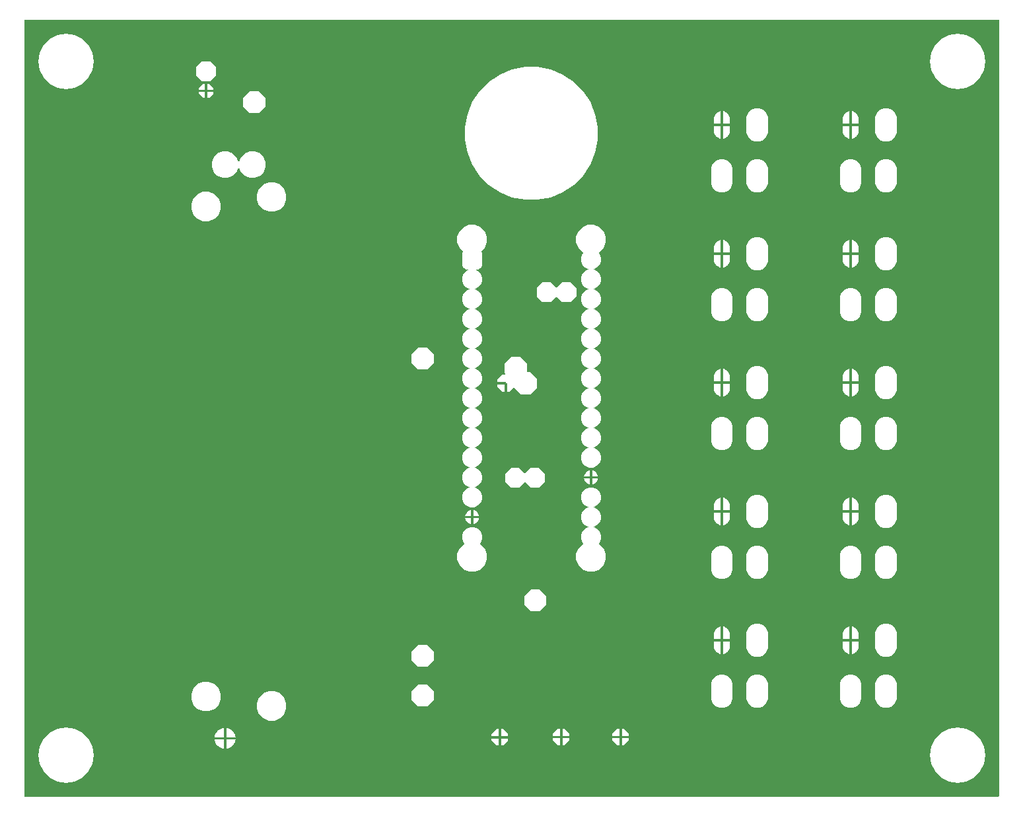
<source format=gbr>
G04 EAGLE Gerber RS-274X export*
G75*
%MOMM*%
%FSLAX34Y34*%
%LPD*%
%INGround Layer*%
%IPPOS*%
%AMOC8*
5,1,8,0,0,1.08239X$1,22.5*%
G01*

G36*
X1258898Y10164D02*
X1258898Y10164D01*
X1258917Y10162D01*
X1259019Y10184D01*
X1259121Y10200D01*
X1259138Y10210D01*
X1259158Y10214D01*
X1259247Y10267D01*
X1259338Y10316D01*
X1259352Y10330D01*
X1259369Y10340D01*
X1259436Y10419D01*
X1259508Y10494D01*
X1259516Y10512D01*
X1259529Y10527D01*
X1259568Y10623D01*
X1259611Y10717D01*
X1259613Y10737D01*
X1259621Y10755D01*
X1259639Y10922D01*
X1259639Y1005078D01*
X1259636Y1005098D01*
X1259638Y1005117D01*
X1259616Y1005219D01*
X1259600Y1005321D01*
X1259590Y1005338D01*
X1259586Y1005358D01*
X1259533Y1005447D01*
X1259484Y1005538D01*
X1259470Y1005552D01*
X1259460Y1005569D01*
X1259381Y1005636D01*
X1259306Y1005708D01*
X1259288Y1005716D01*
X1259273Y1005729D01*
X1259177Y1005768D01*
X1259083Y1005811D01*
X1259063Y1005813D01*
X1259045Y1005821D01*
X1258878Y1005839D01*
X10922Y1005839D01*
X10902Y1005836D01*
X10883Y1005838D01*
X10781Y1005816D01*
X10679Y1005800D01*
X10662Y1005790D01*
X10642Y1005786D01*
X10553Y1005733D01*
X10462Y1005684D01*
X10448Y1005670D01*
X10431Y1005660D01*
X10364Y1005581D01*
X10292Y1005506D01*
X10284Y1005488D01*
X10271Y1005473D01*
X10232Y1005377D01*
X10189Y1005283D01*
X10187Y1005263D01*
X10179Y1005245D01*
X10161Y1005078D01*
X10161Y10922D01*
X10164Y10902D01*
X10162Y10883D01*
X10184Y10781D01*
X10200Y10679D01*
X10210Y10662D01*
X10214Y10642D01*
X10267Y10553D01*
X10316Y10462D01*
X10330Y10448D01*
X10340Y10431D01*
X10419Y10364D01*
X10494Y10292D01*
X10512Y10284D01*
X10527Y10271D01*
X10623Y10232D01*
X10717Y10189D01*
X10737Y10187D01*
X10755Y10179D01*
X10922Y10161D01*
X1258878Y10161D01*
X1258898Y10164D01*
G37*
%LPC*%
G36*
X651612Y774839D02*
X651612Y774839D01*
X635160Y778112D01*
X619661Y784532D01*
X605713Y793851D01*
X593851Y805713D01*
X584532Y819661D01*
X578112Y835160D01*
X574839Y851612D01*
X574839Y868388D01*
X578112Y884840D01*
X584532Y900339D01*
X593851Y914287D01*
X605713Y926149D01*
X619661Y935468D01*
X635160Y941888D01*
X651612Y945161D01*
X668388Y945161D01*
X684840Y941888D01*
X700339Y935468D01*
X714287Y926149D01*
X726149Y914287D01*
X735468Y900339D01*
X741888Y884840D01*
X745161Y868388D01*
X745161Y851612D01*
X741888Y835160D01*
X735468Y819661D01*
X726149Y805713D01*
X714287Y793851D01*
X700339Y784532D01*
X684840Y778112D01*
X668388Y774839D01*
X651612Y774839D01*
G37*
%LPD*%
%LPC*%
G36*
X581686Y381063D02*
X581686Y381063D01*
X577042Y382987D01*
X573487Y386542D01*
X571563Y391186D01*
X571563Y396214D01*
X573487Y400858D01*
X577042Y404413D01*
X580141Y405697D01*
X580202Y405735D01*
X580268Y405764D01*
X580306Y405799D01*
X580350Y405826D01*
X580396Y405882D01*
X580449Y405930D01*
X580474Y405976D01*
X580507Y406016D01*
X580533Y406083D01*
X580567Y406146D01*
X580577Y406197D01*
X580595Y406245D01*
X580598Y406317D01*
X580611Y406388D01*
X580604Y406439D01*
X580606Y406491D01*
X580586Y406560D01*
X580575Y406631D01*
X580552Y406677D01*
X580537Y406727D01*
X580496Y406786D01*
X580464Y406850D01*
X580427Y406887D01*
X580397Y406929D01*
X580339Y406972D01*
X580288Y407022D01*
X580225Y407057D01*
X580200Y407076D01*
X580177Y407083D01*
X580141Y407103D01*
X577042Y408387D01*
X573487Y411942D01*
X571563Y416586D01*
X571563Y421614D01*
X573487Y426258D01*
X577042Y429813D01*
X580141Y431097D01*
X580202Y431135D01*
X580268Y431164D01*
X580306Y431199D01*
X580350Y431226D01*
X580396Y431282D01*
X580449Y431330D01*
X580474Y431376D01*
X580507Y431416D01*
X580533Y431483D01*
X580567Y431546D01*
X580577Y431597D01*
X580595Y431645D01*
X580598Y431717D01*
X580611Y431788D01*
X580604Y431839D01*
X580606Y431891D01*
X580586Y431960D01*
X580575Y432031D01*
X580552Y432077D01*
X580537Y432127D01*
X580496Y432186D01*
X580464Y432250D01*
X580427Y432287D01*
X580397Y432329D01*
X580339Y432372D01*
X580288Y432422D01*
X580225Y432457D01*
X580200Y432476D01*
X580177Y432483D01*
X580141Y432503D01*
X577042Y433787D01*
X573487Y437342D01*
X571563Y441986D01*
X571563Y447014D01*
X573487Y451658D01*
X577042Y455213D01*
X580141Y456497D01*
X580202Y456535D01*
X580268Y456564D01*
X580306Y456599D01*
X580350Y456626D01*
X580396Y456682D01*
X580449Y456730D01*
X580474Y456776D01*
X580507Y456816D01*
X580533Y456883D01*
X580567Y456946D01*
X580577Y456997D01*
X580595Y457045D01*
X580598Y457117D01*
X580611Y457188D01*
X580604Y457239D01*
X580606Y457291D01*
X580586Y457360D01*
X580575Y457431D01*
X580552Y457477D01*
X580537Y457527D01*
X580496Y457586D01*
X580464Y457650D01*
X580427Y457687D01*
X580397Y457729D01*
X580339Y457772D01*
X580288Y457822D01*
X580225Y457857D01*
X580200Y457876D01*
X580177Y457883D01*
X580141Y457903D01*
X577042Y459187D01*
X573487Y462742D01*
X571563Y467386D01*
X571563Y472414D01*
X573487Y477058D01*
X577042Y480613D01*
X580141Y481897D01*
X580202Y481935D01*
X580268Y481964D01*
X580306Y481999D01*
X580350Y482026D01*
X580396Y482082D01*
X580449Y482130D01*
X580474Y482176D01*
X580507Y482216D01*
X580533Y482283D01*
X580567Y482346D01*
X580577Y482397D01*
X580595Y482445D01*
X580598Y482517D01*
X580611Y482588D01*
X580604Y482639D01*
X580606Y482691D01*
X580586Y482760D01*
X580575Y482831D01*
X580552Y482877D01*
X580537Y482927D01*
X580496Y482986D01*
X580464Y483050D01*
X580427Y483087D01*
X580397Y483129D01*
X580339Y483172D01*
X580288Y483222D01*
X580225Y483257D01*
X580200Y483276D01*
X580177Y483283D01*
X580141Y483303D01*
X577042Y484587D01*
X573487Y488142D01*
X571563Y492786D01*
X571563Y497814D01*
X573487Y502458D01*
X577042Y506013D01*
X580141Y507297D01*
X580202Y507335D01*
X580268Y507364D01*
X580306Y507399D01*
X580350Y507426D01*
X580396Y507482D01*
X580449Y507530D01*
X580474Y507576D01*
X580507Y507616D01*
X580533Y507683D01*
X580567Y507746D01*
X580577Y507797D01*
X580595Y507845D01*
X580598Y507917D01*
X580611Y507988D01*
X580604Y508039D01*
X580606Y508091D01*
X580586Y508160D01*
X580575Y508231D01*
X580552Y508277D01*
X580537Y508327D01*
X580496Y508386D01*
X580464Y508450D01*
X580427Y508487D01*
X580397Y508529D01*
X580339Y508572D01*
X580288Y508622D01*
X580225Y508657D01*
X580200Y508676D01*
X580177Y508683D01*
X580141Y508703D01*
X577042Y509987D01*
X573487Y513542D01*
X571563Y518186D01*
X571563Y523214D01*
X573487Y527858D01*
X577042Y531413D01*
X580141Y532697D01*
X580202Y532735D01*
X580268Y532764D01*
X580306Y532799D01*
X580350Y532826D01*
X580396Y532882D01*
X580449Y532930D01*
X580474Y532976D01*
X580507Y533016D01*
X580533Y533083D01*
X580567Y533146D01*
X580577Y533197D01*
X580595Y533245D01*
X580598Y533317D01*
X580611Y533388D01*
X580604Y533439D01*
X580606Y533491D01*
X580586Y533560D01*
X580575Y533631D01*
X580552Y533677D01*
X580537Y533727D01*
X580496Y533786D01*
X580464Y533850D01*
X580427Y533887D01*
X580397Y533929D01*
X580339Y533972D01*
X580288Y534022D01*
X580225Y534057D01*
X580200Y534076D01*
X580177Y534083D01*
X580141Y534103D01*
X577042Y535387D01*
X573487Y538942D01*
X571563Y543586D01*
X571563Y548614D01*
X573487Y553258D01*
X577042Y556813D01*
X580141Y558097D01*
X580202Y558135D01*
X580268Y558164D01*
X580306Y558199D01*
X580350Y558226D01*
X580396Y558282D01*
X580449Y558330D01*
X580474Y558376D01*
X580507Y558416D01*
X580533Y558483D01*
X580567Y558546D01*
X580577Y558597D01*
X580595Y558645D01*
X580598Y558717D01*
X580611Y558788D01*
X580604Y558839D01*
X580606Y558891D01*
X580586Y558960D01*
X580575Y559031D01*
X580552Y559077D01*
X580537Y559127D01*
X580496Y559186D01*
X580464Y559250D01*
X580427Y559287D01*
X580397Y559329D01*
X580339Y559372D01*
X580288Y559422D01*
X580225Y559457D01*
X580200Y559476D01*
X580177Y559483D01*
X580141Y559503D01*
X577042Y560787D01*
X573487Y564342D01*
X571563Y568986D01*
X571563Y574014D01*
X573487Y578658D01*
X577042Y582213D01*
X580141Y583497D01*
X580202Y583535D01*
X580268Y583564D01*
X580306Y583599D01*
X580350Y583626D01*
X580396Y583682D01*
X580449Y583730D01*
X580474Y583776D01*
X580507Y583816D01*
X580533Y583883D01*
X580567Y583946D01*
X580577Y583997D01*
X580595Y584045D01*
X580598Y584117D01*
X580611Y584188D01*
X580604Y584239D01*
X580606Y584291D01*
X580586Y584360D01*
X580575Y584431D01*
X580552Y584477D01*
X580537Y584527D01*
X580496Y584586D01*
X580464Y584650D01*
X580427Y584687D01*
X580397Y584729D01*
X580339Y584772D01*
X580288Y584822D01*
X580225Y584857D01*
X580200Y584876D01*
X580177Y584883D01*
X580141Y584903D01*
X577042Y586187D01*
X573487Y589742D01*
X571563Y594386D01*
X571563Y599414D01*
X573487Y604058D01*
X577042Y607613D01*
X580141Y608897D01*
X580202Y608935D01*
X580268Y608964D01*
X580306Y608999D01*
X580350Y609026D01*
X580396Y609082D01*
X580449Y609130D01*
X580474Y609176D01*
X580507Y609216D01*
X580533Y609283D01*
X580567Y609346D01*
X580577Y609397D01*
X580595Y609445D01*
X580598Y609517D01*
X580611Y609588D01*
X580604Y609639D01*
X580606Y609691D01*
X580586Y609760D01*
X580575Y609831D01*
X580552Y609877D01*
X580537Y609927D01*
X580496Y609986D01*
X580464Y610050D01*
X580427Y610087D01*
X580397Y610129D01*
X580339Y610172D01*
X580288Y610222D01*
X580225Y610257D01*
X580200Y610276D01*
X580177Y610283D01*
X580141Y610303D01*
X577042Y611587D01*
X573487Y615142D01*
X571563Y619786D01*
X571563Y624814D01*
X573487Y629458D01*
X577042Y633013D01*
X580141Y634297D01*
X580202Y634335D01*
X580268Y634364D01*
X580306Y634399D01*
X580350Y634426D01*
X580396Y634482D01*
X580449Y634530D01*
X580474Y634576D01*
X580507Y634616D01*
X580533Y634683D01*
X580567Y634746D01*
X580577Y634797D01*
X580595Y634845D01*
X580598Y634917D01*
X580611Y634988D01*
X580604Y635039D01*
X580606Y635091D01*
X580586Y635160D01*
X580575Y635231D01*
X580552Y635277D01*
X580537Y635327D01*
X580496Y635386D01*
X580464Y635450D01*
X580427Y635487D01*
X580397Y635529D01*
X580339Y635572D01*
X580288Y635622D01*
X580225Y635657D01*
X580200Y635676D01*
X580177Y635683D01*
X580141Y635703D01*
X577042Y636987D01*
X573487Y640542D01*
X571563Y645186D01*
X571563Y650214D01*
X573487Y654858D01*
X577042Y658413D01*
X580141Y659697D01*
X580202Y659735D01*
X580268Y659764D01*
X580306Y659799D01*
X580350Y659826D01*
X580396Y659882D01*
X580449Y659930D01*
X580474Y659976D01*
X580507Y660016D01*
X580533Y660083D01*
X580567Y660146D01*
X580577Y660197D01*
X580595Y660245D01*
X580598Y660317D01*
X580611Y660388D01*
X580604Y660439D01*
X580606Y660491D01*
X580586Y660560D01*
X580575Y660631D01*
X580552Y660677D01*
X580537Y660727D01*
X580496Y660786D01*
X580464Y660850D01*
X580427Y660887D01*
X580397Y660929D01*
X580339Y660972D01*
X580288Y661022D01*
X580225Y661057D01*
X580200Y661076D01*
X580177Y661083D01*
X580141Y661103D01*
X577042Y662387D01*
X573487Y665942D01*
X571563Y670586D01*
X571563Y675614D01*
X573487Y680258D01*
X577042Y683813D01*
X578456Y684399D01*
X578539Y684450D01*
X578625Y684496D01*
X578643Y684514D01*
X578665Y684528D01*
X578727Y684604D01*
X578794Y684674D01*
X578805Y684698D01*
X578822Y684718D01*
X578857Y684809D01*
X578898Y684897D01*
X578901Y684923D01*
X578910Y684947D01*
X578914Y685045D01*
X578925Y685141D01*
X578920Y685167D01*
X578921Y685193D01*
X578894Y685287D01*
X578873Y685382D01*
X578859Y685404D01*
X578852Y685429D01*
X578797Y685509D01*
X578747Y685593D01*
X578727Y685610D01*
X578712Y685631D01*
X578634Y685690D01*
X578560Y685753D01*
X578535Y685763D01*
X578514Y685778D01*
X578422Y685808D01*
X578332Y685845D01*
X578299Y685848D01*
X578281Y685854D01*
X578248Y685854D01*
X578165Y685863D01*
X576447Y685863D01*
X574206Y686791D01*
X572491Y688506D01*
X571563Y690747D01*
X571563Y706253D01*
X572348Y708146D01*
X572374Y708260D01*
X572403Y708373D01*
X572402Y708379D01*
X572404Y708386D01*
X572393Y708502D01*
X572384Y708618D01*
X572381Y708624D01*
X572381Y708630D01*
X572333Y708738D01*
X572287Y708845D01*
X572283Y708851D01*
X572281Y708855D01*
X572268Y708869D01*
X572183Y708976D01*
X568050Y713109D01*
X565149Y720111D01*
X565149Y727689D01*
X568050Y734691D01*
X573409Y740050D01*
X580411Y742951D01*
X587989Y742951D01*
X594991Y740050D01*
X600350Y734691D01*
X603251Y727689D01*
X603251Y720111D01*
X600350Y713109D01*
X596217Y708976D01*
X596149Y708881D01*
X596080Y708787D01*
X596078Y708781D01*
X596074Y708776D01*
X596040Y708665D01*
X596003Y708553D01*
X596003Y708547D01*
X596002Y708541D01*
X596005Y708424D01*
X596006Y708307D01*
X596008Y708300D01*
X596008Y708295D01*
X596014Y708278D01*
X596052Y708146D01*
X596837Y706253D01*
X596837Y690747D01*
X595909Y688506D01*
X594194Y686791D01*
X591953Y685863D01*
X590235Y685863D01*
X590139Y685848D01*
X590042Y685838D01*
X590018Y685828D01*
X589992Y685824D01*
X589906Y685778D01*
X589817Y685738D01*
X589798Y685721D01*
X589775Y685708D01*
X589708Y685638D01*
X589636Y685572D01*
X589624Y685549D01*
X589606Y685530D01*
X589565Y685442D01*
X589518Y685356D01*
X589513Y685331D01*
X589502Y685307D01*
X589491Y685210D01*
X589474Y685114D01*
X589478Y685088D01*
X589475Y685063D01*
X589496Y684967D01*
X589510Y684871D01*
X589522Y684848D01*
X589527Y684822D01*
X589577Y684739D01*
X589621Y684652D01*
X589640Y684633D01*
X589653Y684611D01*
X589727Y684548D01*
X589797Y684480D01*
X589825Y684464D01*
X589840Y684451D01*
X589871Y684439D01*
X589944Y684399D01*
X591358Y683813D01*
X594913Y680258D01*
X596837Y675614D01*
X596837Y670586D01*
X594913Y665942D01*
X591358Y662387D01*
X588259Y661103D01*
X588198Y661065D01*
X588132Y661036D01*
X588094Y661001D01*
X588050Y660974D01*
X588004Y660918D01*
X587951Y660870D01*
X587926Y660824D01*
X587893Y660784D01*
X587867Y660717D01*
X587833Y660654D01*
X587823Y660603D01*
X587805Y660555D01*
X587802Y660483D01*
X587789Y660412D01*
X587796Y660361D01*
X587794Y660309D01*
X587814Y660240D01*
X587825Y660169D01*
X587848Y660123D01*
X587863Y660073D01*
X587904Y660014D01*
X587936Y659950D01*
X587973Y659913D01*
X588003Y659871D01*
X588061Y659828D01*
X588112Y659778D01*
X588175Y659743D01*
X588200Y659724D01*
X588223Y659717D01*
X588259Y659697D01*
X591358Y658413D01*
X594913Y654858D01*
X596837Y650214D01*
X596837Y645186D01*
X594913Y640542D01*
X591358Y636987D01*
X588259Y635703D01*
X588198Y635665D01*
X588132Y635636D01*
X588094Y635601D01*
X588050Y635574D01*
X588004Y635518D01*
X587951Y635470D01*
X587926Y635424D01*
X587893Y635384D01*
X587867Y635317D01*
X587833Y635254D01*
X587823Y635203D01*
X587805Y635155D01*
X587802Y635083D01*
X587789Y635012D01*
X587796Y634961D01*
X587794Y634909D01*
X587814Y634840D01*
X587825Y634769D01*
X587848Y634723D01*
X587863Y634673D01*
X587904Y634614D01*
X587936Y634550D01*
X587973Y634513D01*
X588003Y634471D01*
X588061Y634428D01*
X588112Y634378D01*
X588175Y634343D01*
X588200Y634324D01*
X588223Y634317D01*
X588259Y634297D01*
X591358Y633013D01*
X594913Y629458D01*
X596837Y624814D01*
X596837Y619786D01*
X594913Y615142D01*
X591358Y611587D01*
X588259Y610303D01*
X588198Y610265D01*
X588132Y610236D01*
X588094Y610201D01*
X588050Y610174D01*
X588004Y610118D01*
X587951Y610070D01*
X587926Y610024D01*
X587893Y609984D01*
X587867Y609917D01*
X587833Y609854D01*
X587823Y609803D01*
X587805Y609755D01*
X587802Y609683D01*
X587789Y609612D01*
X587796Y609561D01*
X587794Y609509D01*
X587814Y609440D01*
X587825Y609369D01*
X587848Y609323D01*
X587863Y609273D01*
X587904Y609214D01*
X587936Y609150D01*
X587973Y609113D01*
X588003Y609071D01*
X588061Y609028D01*
X588112Y608978D01*
X588175Y608943D01*
X588200Y608924D01*
X588223Y608917D01*
X588259Y608897D01*
X591358Y607613D01*
X594913Y604058D01*
X596837Y599414D01*
X596837Y594386D01*
X594913Y589742D01*
X591358Y586187D01*
X588259Y584903D01*
X588198Y584865D01*
X588132Y584836D01*
X588094Y584801D01*
X588050Y584774D01*
X588004Y584718D01*
X587951Y584670D01*
X587926Y584624D01*
X587893Y584584D01*
X587867Y584517D01*
X587833Y584454D01*
X587823Y584403D01*
X587805Y584355D01*
X587802Y584283D01*
X587789Y584212D01*
X587796Y584161D01*
X587794Y584109D01*
X587814Y584040D01*
X587825Y583969D01*
X587848Y583923D01*
X587863Y583873D01*
X587904Y583814D01*
X587936Y583750D01*
X587973Y583713D01*
X588003Y583671D01*
X588061Y583628D01*
X588112Y583578D01*
X588175Y583543D01*
X588200Y583524D01*
X588223Y583517D01*
X588259Y583497D01*
X591358Y582213D01*
X594913Y578658D01*
X596837Y574014D01*
X596837Y568986D01*
X594913Y564342D01*
X591358Y560787D01*
X588259Y559503D01*
X588198Y559465D01*
X588132Y559436D01*
X588094Y559401D01*
X588050Y559374D01*
X588004Y559318D01*
X587951Y559270D01*
X587926Y559224D01*
X587893Y559184D01*
X587867Y559117D01*
X587833Y559054D01*
X587823Y559003D01*
X587805Y558955D01*
X587802Y558883D01*
X587789Y558812D01*
X587796Y558761D01*
X587794Y558709D01*
X587814Y558640D01*
X587825Y558569D01*
X587848Y558523D01*
X587863Y558473D01*
X587904Y558414D01*
X587936Y558350D01*
X587973Y558313D01*
X588003Y558271D01*
X588061Y558228D01*
X588112Y558178D01*
X588175Y558143D01*
X588200Y558124D01*
X588223Y558117D01*
X588259Y558097D01*
X591358Y556813D01*
X594913Y553258D01*
X596837Y548614D01*
X596837Y543586D01*
X594913Y538942D01*
X591358Y535387D01*
X588259Y534103D01*
X588198Y534065D01*
X588132Y534036D01*
X588094Y534001D01*
X588050Y533974D01*
X588004Y533918D01*
X587951Y533870D01*
X587926Y533824D01*
X587893Y533784D01*
X587867Y533717D01*
X587833Y533654D01*
X587823Y533603D01*
X587805Y533555D01*
X587802Y533483D01*
X587789Y533412D01*
X587796Y533361D01*
X587794Y533309D01*
X587814Y533240D01*
X587825Y533169D01*
X587848Y533123D01*
X587863Y533073D01*
X587904Y533014D01*
X587936Y532950D01*
X587973Y532913D01*
X588003Y532871D01*
X588061Y532828D01*
X588112Y532778D01*
X588175Y532743D01*
X588200Y532724D01*
X588223Y532717D01*
X588259Y532697D01*
X591358Y531413D01*
X594913Y527858D01*
X596837Y523214D01*
X596837Y518186D01*
X594913Y513542D01*
X591358Y509987D01*
X588259Y508703D01*
X588198Y508665D01*
X588132Y508636D01*
X588094Y508601D01*
X588050Y508574D01*
X588004Y508518D01*
X587951Y508470D01*
X587926Y508424D01*
X587893Y508384D01*
X587867Y508317D01*
X587833Y508254D01*
X587823Y508203D01*
X587805Y508155D01*
X587802Y508083D01*
X587789Y508012D01*
X587796Y507961D01*
X587794Y507909D01*
X587814Y507840D01*
X587825Y507769D01*
X587848Y507723D01*
X587863Y507673D01*
X587904Y507614D01*
X587936Y507550D01*
X587973Y507513D01*
X588003Y507471D01*
X588061Y507428D01*
X588112Y507378D01*
X588175Y507343D01*
X588200Y507324D01*
X588223Y507317D01*
X588259Y507297D01*
X591358Y506013D01*
X594913Y502458D01*
X596837Y497814D01*
X596837Y492786D01*
X594913Y488142D01*
X591358Y484587D01*
X588259Y483303D01*
X588198Y483265D01*
X588132Y483236D01*
X588094Y483201D01*
X588050Y483174D01*
X588004Y483118D01*
X587951Y483070D01*
X587926Y483024D01*
X587893Y482984D01*
X587867Y482917D01*
X587833Y482854D01*
X587823Y482803D01*
X587805Y482755D01*
X587802Y482683D01*
X587789Y482612D01*
X587796Y482561D01*
X587794Y482509D01*
X587814Y482440D01*
X587825Y482369D01*
X587848Y482323D01*
X587863Y482273D01*
X587904Y482214D01*
X587936Y482150D01*
X587973Y482113D01*
X588003Y482071D01*
X588061Y482028D01*
X588112Y481978D01*
X588175Y481943D01*
X588200Y481924D01*
X588223Y481917D01*
X588259Y481897D01*
X591358Y480613D01*
X594913Y477058D01*
X596837Y472414D01*
X596837Y467386D01*
X594913Y462742D01*
X591358Y459187D01*
X588259Y457903D01*
X588198Y457865D01*
X588132Y457836D01*
X588094Y457801D01*
X588050Y457774D01*
X588004Y457718D01*
X587951Y457670D01*
X587926Y457624D01*
X587893Y457584D01*
X587867Y457517D01*
X587833Y457454D01*
X587823Y457403D01*
X587805Y457355D01*
X587802Y457283D01*
X587789Y457212D01*
X587796Y457161D01*
X587794Y457109D01*
X587814Y457040D01*
X587825Y456969D01*
X587848Y456923D01*
X587863Y456873D01*
X587904Y456814D01*
X587936Y456750D01*
X587973Y456713D01*
X588003Y456671D01*
X588061Y456628D01*
X588112Y456578D01*
X588175Y456543D01*
X588200Y456524D01*
X588223Y456517D01*
X588259Y456497D01*
X591358Y455213D01*
X594913Y451658D01*
X596837Y447014D01*
X596837Y441986D01*
X594913Y437342D01*
X591358Y433787D01*
X588259Y432503D01*
X588198Y432465D01*
X588132Y432436D01*
X588094Y432401D01*
X588050Y432374D01*
X588004Y432318D01*
X587951Y432270D01*
X587926Y432224D01*
X587893Y432184D01*
X587867Y432117D01*
X587833Y432054D01*
X587823Y432003D01*
X587805Y431955D01*
X587802Y431883D01*
X587789Y431812D01*
X587796Y431761D01*
X587794Y431709D01*
X587814Y431640D01*
X587825Y431569D01*
X587848Y431523D01*
X587863Y431473D01*
X587904Y431414D01*
X587936Y431350D01*
X587973Y431313D01*
X588003Y431271D01*
X588061Y431228D01*
X588112Y431178D01*
X588175Y431143D01*
X588200Y431124D01*
X588223Y431117D01*
X588259Y431097D01*
X591358Y429813D01*
X594913Y426258D01*
X596837Y421614D01*
X596837Y416586D01*
X594913Y411942D01*
X591358Y408387D01*
X588259Y407103D01*
X588198Y407065D01*
X588132Y407036D01*
X588094Y407001D01*
X588050Y406974D01*
X588004Y406918D01*
X587951Y406870D01*
X587926Y406824D01*
X587893Y406784D01*
X587867Y406717D01*
X587833Y406654D01*
X587823Y406603D01*
X587805Y406555D01*
X587802Y406483D01*
X587789Y406412D01*
X587796Y406361D01*
X587794Y406309D01*
X587814Y406240D01*
X587825Y406169D01*
X587848Y406123D01*
X587863Y406073D01*
X587904Y406014D01*
X587936Y405950D01*
X587973Y405913D01*
X588003Y405871D01*
X588061Y405828D01*
X588112Y405778D01*
X588175Y405743D01*
X588200Y405724D01*
X588223Y405717D01*
X588259Y405697D01*
X591358Y404413D01*
X594913Y400858D01*
X596837Y396214D01*
X596837Y391186D01*
X594913Y386542D01*
X591358Y382987D01*
X586714Y381063D01*
X581686Y381063D01*
G37*
%LPD*%
%LPC*%
G36*
X734086Y431863D02*
X734086Y431863D01*
X729442Y433787D01*
X725887Y437342D01*
X723963Y441986D01*
X723963Y447014D01*
X725887Y451658D01*
X729442Y455213D01*
X732541Y456497D01*
X732602Y456534D01*
X732668Y456564D01*
X732706Y456599D01*
X732750Y456626D01*
X732796Y456681D01*
X732849Y456730D01*
X732874Y456776D01*
X732907Y456816D01*
X732933Y456883D01*
X732967Y456946D01*
X732977Y456997D01*
X732995Y457045D01*
X732998Y457117D01*
X733011Y457188D01*
X733003Y457239D01*
X733006Y457291D01*
X732986Y457360D01*
X732975Y457431D01*
X732952Y457477D01*
X732937Y457527D01*
X732896Y457586D01*
X732864Y457650D01*
X732827Y457687D01*
X732797Y457729D01*
X732739Y457772D01*
X732688Y457822D01*
X732625Y457857D01*
X732600Y457876D01*
X732577Y457883D01*
X732541Y457903D01*
X729442Y459187D01*
X725887Y462742D01*
X723963Y467386D01*
X723963Y472414D01*
X725887Y477058D01*
X729442Y480613D01*
X732541Y481897D01*
X732602Y481934D01*
X732668Y481964D01*
X732706Y481999D01*
X732750Y482026D01*
X732796Y482081D01*
X732849Y482130D01*
X732874Y482176D01*
X732907Y482216D01*
X732933Y482283D01*
X732967Y482346D01*
X732977Y482397D01*
X732995Y482445D01*
X732998Y482517D01*
X733011Y482588D01*
X733003Y482639D01*
X733006Y482691D01*
X732986Y482760D01*
X732975Y482831D01*
X732952Y482877D01*
X732937Y482927D01*
X732896Y482986D01*
X732864Y483050D01*
X732827Y483087D01*
X732797Y483129D01*
X732739Y483172D01*
X732688Y483222D01*
X732625Y483257D01*
X732600Y483276D01*
X732577Y483283D01*
X732541Y483303D01*
X729442Y484587D01*
X725887Y488142D01*
X723963Y492786D01*
X723963Y497814D01*
X725887Y502458D01*
X729442Y506013D01*
X732541Y507297D01*
X732602Y507334D01*
X732668Y507364D01*
X732706Y507399D01*
X732750Y507426D01*
X732796Y507481D01*
X732849Y507530D01*
X732874Y507576D01*
X732907Y507616D01*
X732933Y507683D01*
X732967Y507746D01*
X732977Y507797D01*
X732995Y507845D01*
X732998Y507917D01*
X733011Y507988D01*
X733003Y508039D01*
X733006Y508091D01*
X732986Y508160D01*
X732975Y508231D01*
X732952Y508277D01*
X732937Y508327D01*
X732896Y508386D01*
X732864Y508450D01*
X732827Y508487D01*
X732797Y508529D01*
X732739Y508572D01*
X732688Y508622D01*
X732625Y508657D01*
X732600Y508676D01*
X732577Y508683D01*
X732541Y508703D01*
X729442Y509987D01*
X725887Y513542D01*
X723963Y518186D01*
X723963Y523214D01*
X725887Y527858D01*
X729442Y531413D01*
X732541Y532697D01*
X732602Y532735D01*
X732668Y532764D01*
X732706Y532799D01*
X732750Y532826D01*
X732796Y532882D01*
X732849Y532930D01*
X732874Y532976D01*
X732907Y533016D01*
X732933Y533083D01*
X732967Y533146D01*
X732977Y533197D01*
X732995Y533245D01*
X732998Y533317D01*
X733011Y533388D01*
X733004Y533439D01*
X733006Y533491D01*
X732986Y533560D01*
X732975Y533631D01*
X732952Y533677D01*
X732937Y533727D01*
X732896Y533786D01*
X732864Y533850D01*
X732827Y533887D01*
X732797Y533929D01*
X732739Y533972D01*
X732688Y534022D01*
X732625Y534057D01*
X732600Y534076D01*
X732577Y534083D01*
X732541Y534103D01*
X729442Y535387D01*
X725887Y538942D01*
X723963Y543586D01*
X723963Y548614D01*
X725887Y553258D01*
X729442Y556813D01*
X732541Y558097D01*
X732602Y558135D01*
X732668Y558164D01*
X732706Y558199D01*
X732750Y558226D01*
X732796Y558282D01*
X732849Y558330D01*
X732874Y558376D01*
X732907Y558416D01*
X732933Y558483D01*
X732967Y558546D01*
X732977Y558597D01*
X732995Y558645D01*
X732998Y558717D01*
X733011Y558788D01*
X733004Y558839D01*
X733006Y558891D01*
X732986Y558960D01*
X732975Y559031D01*
X732952Y559077D01*
X732937Y559127D01*
X732896Y559186D01*
X732864Y559250D01*
X732827Y559287D01*
X732797Y559329D01*
X732739Y559372D01*
X732688Y559422D01*
X732625Y559457D01*
X732600Y559476D01*
X732577Y559483D01*
X732541Y559503D01*
X729442Y560787D01*
X725887Y564342D01*
X723963Y568986D01*
X723963Y574014D01*
X725887Y578658D01*
X729442Y582213D01*
X732541Y583497D01*
X732602Y583535D01*
X732668Y583564D01*
X732706Y583599D01*
X732750Y583626D01*
X732796Y583682D01*
X732849Y583730D01*
X732874Y583776D01*
X732907Y583816D01*
X732933Y583883D01*
X732967Y583946D01*
X732977Y583997D01*
X732995Y584045D01*
X732998Y584117D01*
X733011Y584188D01*
X733004Y584239D01*
X733006Y584291D01*
X732986Y584360D01*
X732975Y584431D01*
X732952Y584477D01*
X732937Y584527D01*
X732896Y584586D01*
X732864Y584650D01*
X732827Y584687D01*
X732797Y584729D01*
X732739Y584772D01*
X732688Y584822D01*
X732625Y584857D01*
X732600Y584876D01*
X732577Y584883D01*
X732541Y584903D01*
X729442Y586187D01*
X725887Y589742D01*
X723963Y594386D01*
X723963Y599414D01*
X725887Y604058D01*
X729442Y607613D01*
X732541Y608897D01*
X732602Y608935D01*
X732668Y608964D01*
X732706Y608999D01*
X732750Y609026D01*
X732796Y609082D01*
X732849Y609130D01*
X732874Y609176D01*
X732907Y609216D01*
X732933Y609283D01*
X732967Y609346D01*
X732977Y609397D01*
X732995Y609445D01*
X732998Y609517D01*
X733011Y609588D01*
X733004Y609639D01*
X733006Y609691D01*
X732986Y609760D01*
X732975Y609831D01*
X732952Y609877D01*
X732937Y609927D01*
X732896Y609986D01*
X732864Y610050D01*
X732827Y610087D01*
X732797Y610129D01*
X732739Y610172D01*
X732688Y610222D01*
X732625Y610257D01*
X732600Y610276D01*
X732577Y610283D01*
X732541Y610303D01*
X729442Y611587D01*
X725887Y615142D01*
X723963Y619786D01*
X723963Y624814D01*
X725887Y629458D01*
X729442Y633013D01*
X732541Y634297D01*
X732602Y634335D01*
X732668Y634364D01*
X732706Y634399D01*
X732750Y634426D01*
X732796Y634482D01*
X732849Y634530D01*
X732874Y634576D01*
X732907Y634616D01*
X732933Y634683D01*
X732967Y634746D01*
X732977Y634797D01*
X732995Y634845D01*
X732998Y634917D01*
X733011Y634988D01*
X733004Y635039D01*
X733006Y635091D01*
X732986Y635160D01*
X732975Y635231D01*
X732952Y635277D01*
X732937Y635327D01*
X732896Y635386D01*
X732864Y635450D01*
X732827Y635487D01*
X732797Y635529D01*
X732739Y635572D01*
X732688Y635622D01*
X732625Y635657D01*
X732600Y635676D01*
X732577Y635683D01*
X732541Y635703D01*
X729442Y636987D01*
X725887Y640542D01*
X723963Y645186D01*
X723963Y650214D01*
X725887Y654858D01*
X729442Y658413D01*
X732541Y659697D01*
X732602Y659735D01*
X732668Y659764D01*
X732706Y659799D01*
X732750Y659826D01*
X732796Y659882D01*
X732849Y659930D01*
X732874Y659976D01*
X732907Y660016D01*
X732933Y660083D01*
X732967Y660146D01*
X732977Y660197D01*
X732995Y660245D01*
X732998Y660317D01*
X733011Y660388D01*
X733004Y660439D01*
X733006Y660491D01*
X732986Y660560D01*
X732975Y660631D01*
X732952Y660677D01*
X732937Y660727D01*
X732896Y660786D01*
X732864Y660850D01*
X732827Y660887D01*
X732797Y660929D01*
X732739Y660972D01*
X732688Y661022D01*
X732625Y661057D01*
X732600Y661076D01*
X732577Y661083D01*
X732541Y661103D01*
X729442Y662387D01*
X725887Y665942D01*
X723963Y670586D01*
X723963Y675614D01*
X725887Y680258D01*
X729442Y683813D01*
X732541Y685097D01*
X732602Y685135D01*
X732668Y685164D01*
X732706Y685199D01*
X732750Y685226D01*
X732796Y685282D01*
X732849Y685330D01*
X732874Y685376D01*
X732907Y685416D01*
X732933Y685483D01*
X732967Y685546D01*
X732977Y685597D01*
X732995Y685645D01*
X732998Y685717D01*
X733011Y685788D01*
X733004Y685839D01*
X733006Y685891D01*
X732986Y685960D01*
X732975Y686031D01*
X732952Y686077D01*
X732937Y686127D01*
X732896Y686186D01*
X732864Y686250D01*
X732827Y686287D01*
X732797Y686329D01*
X732739Y686372D01*
X732688Y686422D01*
X732625Y686457D01*
X732600Y686476D01*
X732577Y686483D01*
X732541Y686503D01*
X729442Y687787D01*
X725887Y691342D01*
X723963Y695986D01*
X723963Y701014D01*
X725887Y705658D01*
X726537Y706308D01*
X726564Y706346D01*
X726598Y706377D01*
X726636Y706445D01*
X726681Y706508D01*
X726694Y706552D01*
X726717Y706592D01*
X726730Y706669D01*
X726753Y706743D01*
X726752Y706789D01*
X726760Y706834D01*
X726749Y706911D01*
X726747Y706989D01*
X726731Y707032D01*
X726724Y707078D01*
X726689Y707147D01*
X726662Y707220D01*
X726634Y707256D01*
X726613Y707297D01*
X726557Y707351D01*
X726509Y707412D01*
X726470Y707437D01*
X726437Y707469D01*
X726318Y707535D01*
X726302Y707545D01*
X726297Y707546D01*
X726290Y707550D01*
X725809Y707750D01*
X720450Y713109D01*
X717549Y720111D01*
X717549Y727689D01*
X720450Y734691D01*
X725809Y740050D01*
X732811Y742951D01*
X740389Y742951D01*
X747391Y740050D01*
X752750Y734691D01*
X755651Y727689D01*
X755651Y720111D01*
X752750Y713109D01*
X747391Y707750D01*
X746910Y707550D01*
X746871Y707526D01*
X746827Y707510D01*
X746767Y707461D01*
X746701Y707420D01*
X746671Y707385D01*
X746635Y707356D01*
X746593Y707291D01*
X746544Y707231D01*
X746527Y707188D01*
X746502Y707149D01*
X746483Y707074D01*
X746456Y707001D01*
X746454Y706955D01*
X746442Y706911D01*
X746448Y706833D01*
X746445Y706756D01*
X746458Y706711D01*
X746461Y706666D01*
X746492Y706594D01*
X746514Y706519D01*
X746540Y706482D01*
X746558Y706439D01*
X746643Y706333D01*
X746654Y706317D01*
X746658Y706314D01*
X746663Y706308D01*
X747313Y705658D01*
X749237Y701014D01*
X749237Y695986D01*
X747313Y691342D01*
X743758Y687787D01*
X740659Y686503D01*
X740598Y686465D01*
X740532Y686436D01*
X740494Y686401D01*
X740450Y686374D01*
X740404Y686318D01*
X740351Y686270D01*
X740326Y686224D01*
X740293Y686184D01*
X740267Y686117D01*
X740233Y686054D01*
X740223Y686003D01*
X740205Y685955D01*
X740202Y685883D01*
X740189Y685812D01*
X740196Y685761D01*
X740194Y685709D01*
X740214Y685640D01*
X740225Y685569D01*
X740248Y685523D01*
X740263Y685473D01*
X740304Y685414D01*
X740336Y685350D01*
X740373Y685313D01*
X740403Y685271D01*
X740461Y685228D01*
X740512Y685178D01*
X740575Y685143D01*
X740600Y685124D01*
X740623Y685117D01*
X740659Y685097D01*
X743758Y683813D01*
X747313Y680258D01*
X749237Y675614D01*
X749237Y670586D01*
X747313Y665942D01*
X743758Y662387D01*
X740659Y661103D01*
X740598Y661065D01*
X740532Y661036D01*
X740494Y661001D01*
X740450Y660974D01*
X740404Y660918D01*
X740351Y660870D01*
X740326Y660824D01*
X740293Y660784D01*
X740267Y660717D01*
X740233Y660654D01*
X740223Y660603D01*
X740205Y660555D01*
X740202Y660483D01*
X740189Y660412D01*
X740196Y660361D01*
X740194Y660309D01*
X740214Y660240D01*
X740225Y660169D01*
X740248Y660123D01*
X740263Y660073D01*
X740304Y660014D01*
X740336Y659950D01*
X740373Y659913D01*
X740403Y659871D01*
X740461Y659828D01*
X740512Y659778D01*
X740575Y659743D01*
X740600Y659724D01*
X740623Y659717D01*
X740659Y659697D01*
X743758Y658413D01*
X747313Y654858D01*
X749237Y650214D01*
X749237Y645186D01*
X747313Y640542D01*
X743758Y636987D01*
X740659Y635703D01*
X740598Y635665D01*
X740532Y635636D01*
X740494Y635601D01*
X740450Y635574D01*
X740404Y635518D01*
X740351Y635470D01*
X740326Y635424D01*
X740293Y635384D01*
X740267Y635317D01*
X740233Y635254D01*
X740223Y635203D01*
X740205Y635155D01*
X740202Y635083D01*
X740189Y635012D01*
X740196Y634961D01*
X740194Y634909D01*
X740214Y634840D01*
X740225Y634769D01*
X740248Y634723D01*
X740263Y634673D01*
X740304Y634614D01*
X740336Y634550D01*
X740373Y634513D01*
X740403Y634471D01*
X740461Y634428D01*
X740512Y634378D01*
X740575Y634343D01*
X740600Y634324D01*
X740623Y634317D01*
X740659Y634297D01*
X743758Y633013D01*
X747313Y629458D01*
X749237Y624814D01*
X749237Y619786D01*
X747313Y615142D01*
X743758Y611587D01*
X740659Y610303D01*
X740598Y610265D01*
X740532Y610236D01*
X740494Y610201D01*
X740450Y610174D01*
X740404Y610118D01*
X740351Y610070D01*
X740326Y610024D01*
X740293Y609984D01*
X740267Y609917D01*
X740233Y609854D01*
X740223Y609803D01*
X740205Y609755D01*
X740202Y609683D01*
X740189Y609612D01*
X740196Y609561D01*
X740194Y609509D01*
X740214Y609440D01*
X740225Y609369D01*
X740248Y609323D01*
X740263Y609273D01*
X740304Y609214D01*
X740336Y609150D01*
X740373Y609113D01*
X740403Y609071D01*
X740461Y609028D01*
X740512Y608978D01*
X740575Y608943D01*
X740600Y608924D01*
X740623Y608917D01*
X740659Y608897D01*
X743758Y607613D01*
X747313Y604058D01*
X749237Y599414D01*
X749237Y594386D01*
X747313Y589742D01*
X743758Y586187D01*
X740659Y584903D01*
X740598Y584865D01*
X740532Y584836D01*
X740494Y584801D01*
X740450Y584774D01*
X740404Y584718D01*
X740351Y584670D01*
X740326Y584624D01*
X740293Y584584D01*
X740267Y584517D01*
X740233Y584454D01*
X740223Y584403D01*
X740205Y584355D01*
X740202Y584283D01*
X740189Y584212D01*
X740196Y584161D01*
X740194Y584109D01*
X740214Y584040D01*
X740225Y583969D01*
X740248Y583923D01*
X740263Y583873D01*
X740304Y583814D01*
X740336Y583750D01*
X740373Y583713D01*
X740403Y583671D01*
X740461Y583628D01*
X740512Y583578D01*
X740575Y583543D01*
X740600Y583524D01*
X740623Y583517D01*
X740659Y583497D01*
X743758Y582213D01*
X747313Y578658D01*
X749237Y574014D01*
X749237Y568986D01*
X747313Y564342D01*
X743758Y560787D01*
X740659Y559503D01*
X740598Y559465D01*
X740532Y559436D01*
X740494Y559401D01*
X740450Y559374D01*
X740404Y559318D01*
X740351Y559270D01*
X740326Y559224D01*
X740293Y559184D01*
X740267Y559117D01*
X740233Y559054D01*
X740223Y559003D01*
X740205Y558955D01*
X740202Y558883D01*
X740189Y558812D01*
X740196Y558761D01*
X740194Y558709D01*
X740214Y558640D01*
X740225Y558569D01*
X740248Y558523D01*
X740263Y558473D01*
X740304Y558414D01*
X740336Y558350D01*
X740373Y558313D01*
X740403Y558271D01*
X740461Y558228D01*
X740512Y558178D01*
X740575Y558143D01*
X740600Y558124D01*
X740623Y558117D01*
X740659Y558097D01*
X743758Y556813D01*
X747313Y553258D01*
X749237Y548614D01*
X749237Y543586D01*
X747313Y538942D01*
X743758Y535387D01*
X740659Y534103D01*
X740598Y534065D01*
X740532Y534036D01*
X740494Y534001D01*
X740450Y533974D01*
X740404Y533918D01*
X740351Y533870D01*
X740326Y533824D01*
X740293Y533784D01*
X740267Y533717D01*
X740233Y533654D01*
X740223Y533603D01*
X740205Y533555D01*
X740202Y533483D01*
X740189Y533412D01*
X740196Y533361D01*
X740194Y533309D01*
X740214Y533240D01*
X740225Y533169D01*
X740248Y533123D01*
X740263Y533073D01*
X740304Y533014D01*
X740336Y532950D01*
X740373Y532913D01*
X740403Y532871D01*
X740461Y532828D01*
X740512Y532778D01*
X740575Y532743D01*
X740600Y532724D01*
X740623Y532717D01*
X740659Y532697D01*
X743758Y531413D01*
X747313Y527858D01*
X749237Y523214D01*
X749237Y518186D01*
X747313Y513542D01*
X743758Y509987D01*
X740659Y508703D01*
X740598Y508665D01*
X740532Y508636D01*
X740494Y508601D01*
X740450Y508574D01*
X740404Y508518D01*
X740351Y508470D01*
X740326Y508424D01*
X740293Y508384D01*
X740267Y508317D01*
X740233Y508254D01*
X740223Y508203D01*
X740205Y508155D01*
X740202Y508083D01*
X740189Y508012D01*
X740197Y507961D01*
X740194Y507909D01*
X740214Y507840D01*
X740225Y507769D01*
X740248Y507723D01*
X740263Y507673D01*
X740304Y507614D01*
X740336Y507550D01*
X740373Y507513D01*
X740403Y507471D01*
X740461Y507428D01*
X740512Y507378D01*
X740575Y507343D01*
X740600Y507324D01*
X740623Y507317D01*
X740659Y507297D01*
X743758Y506013D01*
X747313Y502458D01*
X749237Y497814D01*
X749237Y492786D01*
X747313Y488142D01*
X743758Y484587D01*
X740659Y483303D01*
X740598Y483265D01*
X740532Y483236D01*
X740494Y483201D01*
X740450Y483174D01*
X740404Y483118D01*
X740351Y483070D01*
X740326Y483024D01*
X740293Y482984D01*
X740267Y482917D01*
X740233Y482854D01*
X740223Y482803D01*
X740205Y482755D01*
X740202Y482683D01*
X740189Y482612D01*
X740197Y482561D01*
X740194Y482509D01*
X740214Y482440D01*
X740225Y482369D01*
X740248Y482323D01*
X740263Y482273D01*
X740304Y482214D01*
X740336Y482150D01*
X740373Y482113D01*
X740403Y482071D01*
X740461Y482028D01*
X740512Y481978D01*
X740575Y481943D01*
X740600Y481924D01*
X740623Y481917D01*
X740659Y481897D01*
X743758Y480613D01*
X747313Y477058D01*
X749237Y472414D01*
X749237Y467386D01*
X747313Y462742D01*
X743758Y459187D01*
X740659Y457903D01*
X740598Y457865D01*
X740532Y457836D01*
X740494Y457801D01*
X740450Y457774D01*
X740404Y457718D01*
X740351Y457670D01*
X740326Y457624D01*
X740293Y457584D01*
X740267Y457517D01*
X740233Y457454D01*
X740223Y457403D01*
X740205Y457355D01*
X740202Y457283D01*
X740189Y457212D01*
X740197Y457161D01*
X740194Y457109D01*
X740214Y457040D01*
X740225Y456969D01*
X740248Y456923D01*
X740263Y456873D01*
X740304Y456814D01*
X740336Y456750D01*
X740373Y456713D01*
X740403Y456671D01*
X740461Y456628D01*
X740512Y456578D01*
X740575Y456543D01*
X740600Y456524D01*
X740623Y456517D01*
X740659Y456497D01*
X743758Y455213D01*
X747313Y451658D01*
X749237Y447014D01*
X749237Y441986D01*
X747313Y437342D01*
X743758Y433787D01*
X739114Y431863D01*
X734086Y431863D01*
G37*
%LPD*%
%LPC*%
G36*
X52514Y918689D02*
X52514Y918689D01*
X42603Y923738D01*
X34738Y931604D01*
X29689Y941514D01*
X27949Y952500D01*
X29689Y963486D01*
X34738Y973397D01*
X42603Y981262D01*
X52514Y986311D01*
X63500Y988051D01*
X74486Y986311D01*
X84397Y981262D01*
X92262Y973397D01*
X97311Y963486D01*
X99051Y952500D01*
X97311Y941514D01*
X92262Y931603D01*
X84397Y923738D01*
X74486Y918689D01*
X63500Y916949D01*
X52514Y918689D01*
G37*
%LPD*%
%LPC*%
G36*
X1195514Y29689D02*
X1195514Y29689D01*
X1185603Y34738D01*
X1177738Y42603D01*
X1172689Y52514D01*
X1170949Y63500D01*
X1172689Y74486D01*
X1177738Y84397D01*
X1185603Y92262D01*
X1195514Y97311D01*
X1206500Y99051D01*
X1217486Y97311D01*
X1227397Y92262D01*
X1235262Y84396D01*
X1240311Y74486D01*
X1242051Y63500D01*
X1240311Y52514D01*
X1235262Y42603D01*
X1227397Y34738D01*
X1217486Y29689D01*
X1206500Y27949D01*
X1195514Y29689D01*
G37*
%LPD*%
%LPC*%
G36*
X1195514Y918689D02*
X1195514Y918689D01*
X1185603Y923738D01*
X1177738Y931603D01*
X1172689Y941514D01*
X1170949Y952500D01*
X1172689Y963486D01*
X1177738Y973397D01*
X1185603Y981262D01*
X1195514Y986311D01*
X1206500Y988051D01*
X1217486Y986311D01*
X1227397Y981262D01*
X1235262Y973397D01*
X1240311Y963486D01*
X1242051Y952500D01*
X1240311Y941514D01*
X1235262Y931603D01*
X1227396Y923738D01*
X1217486Y918689D01*
X1206500Y916949D01*
X1195514Y918689D01*
G37*
%LPD*%
%LPC*%
G36*
X52514Y29689D02*
X52514Y29689D01*
X42603Y34738D01*
X34738Y42603D01*
X29689Y52514D01*
X27949Y63500D01*
X29689Y74486D01*
X34738Y84397D01*
X42603Y92262D01*
X52514Y97311D01*
X63500Y99051D01*
X74486Y97311D01*
X84397Y92262D01*
X92262Y84397D01*
X97311Y74486D01*
X99051Y63500D01*
X97311Y52514D01*
X92262Y42603D01*
X84397Y34738D01*
X74486Y29689D01*
X63500Y27949D01*
X52514Y29689D01*
G37*
%LPD*%
%LPC*%
G36*
X732811Y298449D02*
X732811Y298449D01*
X725809Y301350D01*
X720450Y306709D01*
X717549Y313711D01*
X717549Y321289D01*
X720450Y328291D01*
X725809Y333650D01*
X726290Y333850D01*
X726329Y333874D01*
X726373Y333890D01*
X726433Y333939D01*
X726499Y333980D01*
X726529Y334015D01*
X726565Y334044D01*
X726607Y334109D01*
X726656Y334169D01*
X726673Y334212D01*
X726698Y334251D01*
X726717Y334326D01*
X726744Y334399D01*
X726746Y334445D01*
X726758Y334489D01*
X726752Y334567D01*
X726755Y334644D01*
X726742Y334689D01*
X726739Y334734D01*
X726708Y334806D01*
X726686Y334881D01*
X726660Y334918D01*
X726642Y334961D01*
X726557Y335067D01*
X726546Y335083D01*
X726542Y335086D01*
X726537Y335092D01*
X725887Y335742D01*
X723963Y340386D01*
X723963Y345414D01*
X725887Y350058D01*
X729442Y353613D01*
X732541Y354897D01*
X732602Y354934D01*
X732668Y354964D01*
X732706Y354999D01*
X732750Y355026D01*
X732796Y355081D01*
X732849Y355130D01*
X732874Y355176D01*
X732907Y355216D01*
X732933Y355283D01*
X732967Y355346D01*
X732977Y355397D01*
X732995Y355445D01*
X732998Y355517D01*
X733011Y355588D01*
X733003Y355639D01*
X733006Y355691D01*
X732986Y355760D01*
X732975Y355831D01*
X732952Y355877D01*
X732937Y355927D01*
X732896Y355986D01*
X732864Y356050D01*
X732827Y356087D01*
X732797Y356129D01*
X732739Y356172D01*
X732688Y356222D01*
X732625Y356257D01*
X732600Y356276D01*
X732577Y356283D01*
X732541Y356303D01*
X729442Y357587D01*
X725887Y361142D01*
X723963Y365786D01*
X723963Y370814D01*
X725887Y375458D01*
X729442Y379013D01*
X732541Y380297D01*
X732602Y380334D01*
X732668Y380364D01*
X732706Y380399D01*
X732750Y380426D01*
X732796Y380481D01*
X732849Y380530D01*
X732874Y380576D01*
X732907Y380616D01*
X732933Y380683D01*
X732967Y380746D01*
X732977Y380797D01*
X732995Y380845D01*
X732998Y380917D01*
X733011Y380988D01*
X733003Y381039D01*
X733006Y381091D01*
X732986Y381160D01*
X732975Y381231D01*
X732952Y381277D01*
X732937Y381327D01*
X732896Y381386D01*
X732864Y381450D01*
X732827Y381487D01*
X732797Y381529D01*
X732739Y381572D01*
X732688Y381622D01*
X732625Y381657D01*
X732600Y381676D01*
X732577Y381683D01*
X732541Y381703D01*
X729442Y382987D01*
X725887Y386542D01*
X723963Y391186D01*
X723963Y396214D01*
X725887Y400858D01*
X729442Y404413D01*
X734086Y406337D01*
X739114Y406337D01*
X743758Y404413D01*
X747313Y400858D01*
X749237Y396214D01*
X749237Y391186D01*
X747313Y386542D01*
X743758Y382987D01*
X740659Y381703D01*
X740598Y381665D01*
X740532Y381636D01*
X740494Y381601D01*
X740450Y381574D01*
X740404Y381518D01*
X740351Y381470D01*
X740326Y381424D01*
X740293Y381384D01*
X740267Y381317D01*
X740233Y381254D01*
X740223Y381203D01*
X740205Y381155D01*
X740202Y381083D01*
X740189Y381012D01*
X740197Y380961D01*
X740194Y380909D01*
X740214Y380840D01*
X740225Y380769D01*
X740248Y380723D01*
X740263Y380673D01*
X740304Y380614D01*
X740336Y380550D01*
X740373Y380513D01*
X740403Y380471D01*
X740461Y380428D01*
X740512Y380378D01*
X740575Y380343D01*
X740600Y380324D01*
X740623Y380317D01*
X740659Y380297D01*
X743758Y379013D01*
X747313Y375458D01*
X749237Y370814D01*
X749237Y365786D01*
X747313Y361142D01*
X743758Y357587D01*
X740659Y356303D01*
X740598Y356265D01*
X740532Y356236D01*
X740494Y356201D01*
X740450Y356174D01*
X740404Y356118D01*
X740351Y356070D01*
X740326Y356024D01*
X740293Y355984D01*
X740267Y355917D01*
X740233Y355854D01*
X740223Y355803D01*
X740205Y355755D01*
X740202Y355683D01*
X740189Y355612D01*
X740197Y355561D01*
X740194Y355509D01*
X740214Y355440D01*
X740225Y355369D01*
X740248Y355323D01*
X740263Y355273D01*
X740304Y355214D01*
X740336Y355150D01*
X740373Y355113D01*
X740403Y355071D01*
X740461Y355028D01*
X740512Y354978D01*
X740575Y354943D01*
X740600Y354924D01*
X740623Y354917D01*
X740659Y354897D01*
X743758Y353613D01*
X747313Y350058D01*
X749237Y345414D01*
X749237Y340386D01*
X747313Y335742D01*
X746663Y335092D01*
X746636Y335054D01*
X746602Y335023D01*
X746564Y334955D01*
X746519Y334892D01*
X746506Y334848D01*
X746483Y334808D01*
X746470Y334731D01*
X746447Y334657D01*
X746448Y334611D01*
X746440Y334566D01*
X746451Y334489D01*
X746453Y334411D01*
X746469Y334368D01*
X746476Y334322D01*
X746511Y334253D01*
X746538Y334180D01*
X746566Y334144D01*
X746587Y334103D01*
X746643Y334049D01*
X746691Y333988D01*
X746730Y333963D01*
X746763Y333931D01*
X746882Y333865D01*
X746898Y333855D01*
X746903Y333854D01*
X746910Y333850D01*
X747391Y333650D01*
X752750Y328291D01*
X755651Y321289D01*
X755651Y313711D01*
X752750Y306709D01*
X747391Y301350D01*
X740389Y298449D01*
X732811Y298449D01*
G37*
%LPD*%
%LPC*%
G36*
X264115Y802881D02*
X264115Y802881D01*
X257860Y805472D01*
X253072Y810260D01*
X250481Y816515D01*
X250481Y823285D01*
X253072Y829540D01*
X257860Y834328D01*
X264115Y836919D01*
X270885Y836919D01*
X277140Y834328D01*
X281928Y829540D01*
X284297Y823821D01*
X284334Y823760D01*
X284364Y823695D01*
X284399Y823656D01*
X284426Y823612D01*
X284481Y823567D01*
X284530Y823514D01*
X284576Y823489D01*
X284616Y823455D01*
X284683Y823430D01*
X284746Y823395D01*
X284797Y823386D01*
X284845Y823367D01*
X284917Y823364D01*
X284988Y823351D01*
X285039Y823359D01*
X285091Y823357D01*
X285160Y823377D01*
X285231Y823387D01*
X285277Y823411D01*
X285327Y823425D01*
X285386Y823466D01*
X285450Y823499D01*
X285487Y823536D01*
X285529Y823566D01*
X285572Y823623D01*
X285622Y823674D01*
X285657Y823737D01*
X285676Y823763D01*
X285683Y823785D01*
X285703Y823821D01*
X288072Y829540D01*
X292860Y834328D01*
X299115Y836919D01*
X305885Y836919D01*
X312140Y834328D01*
X316928Y829540D01*
X319519Y823285D01*
X319519Y816515D01*
X316928Y810260D01*
X312140Y805472D01*
X305885Y802881D01*
X299115Y802881D01*
X292860Y805472D01*
X288072Y810260D01*
X285703Y815979D01*
X285665Y816040D01*
X285636Y816105D01*
X285601Y816144D01*
X285574Y816188D01*
X285519Y816233D01*
X285470Y816286D01*
X285424Y816311D01*
X285384Y816345D01*
X285317Y816370D01*
X285254Y816405D01*
X285203Y816414D01*
X285155Y816433D01*
X285083Y816436D01*
X285012Y816449D01*
X284961Y816441D01*
X284909Y816443D01*
X284840Y816423D01*
X284769Y816413D01*
X284723Y816389D01*
X284673Y816375D01*
X284614Y816334D01*
X284550Y816301D01*
X284513Y816264D01*
X284471Y816234D01*
X284428Y816177D01*
X284378Y816126D01*
X284343Y816063D01*
X284324Y816037D01*
X284317Y816015D01*
X284297Y815979D01*
X281928Y810260D01*
X277140Y805472D01*
X270885Y802881D01*
X264115Y802881D01*
G37*
%LPD*%
%LPC*%
G36*
X580411Y298449D02*
X580411Y298449D01*
X573409Y301350D01*
X568050Y306709D01*
X565149Y313711D01*
X565149Y321289D01*
X568050Y328291D01*
X573409Y333650D01*
X573890Y333850D01*
X573929Y333874D01*
X573973Y333890D01*
X574033Y333939D01*
X574099Y333980D01*
X574129Y334015D01*
X574165Y334044D01*
X574207Y334109D01*
X574256Y334169D01*
X574273Y334212D01*
X574298Y334251D01*
X574317Y334326D01*
X574344Y334399D01*
X574346Y334445D01*
X574358Y334489D01*
X574352Y334567D01*
X574355Y334644D01*
X574342Y334689D01*
X574339Y334734D01*
X574308Y334806D01*
X574286Y334881D01*
X574260Y334918D01*
X574242Y334961D01*
X574157Y335067D01*
X574146Y335083D01*
X574142Y335086D01*
X574137Y335092D01*
X573487Y335742D01*
X571563Y340386D01*
X571563Y345414D01*
X573487Y350058D01*
X577042Y353613D01*
X581686Y355537D01*
X586714Y355537D01*
X591358Y353613D01*
X594913Y350058D01*
X596837Y345414D01*
X596837Y340386D01*
X594913Y335742D01*
X594263Y335092D01*
X594236Y335054D01*
X594202Y335023D01*
X594164Y334955D01*
X594119Y334892D01*
X594106Y334848D01*
X594083Y334808D01*
X594070Y334731D01*
X594047Y334657D01*
X594048Y334611D01*
X594040Y334566D01*
X594051Y334489D01*
X594053Y334411D01*
X594069Y334368D01*
X594076Y334322D01*
X594111Y334253D01*
X594138Y334180D01*
X594166Y334144D01*
X594187Y334103D01*
X594243Y334049D01*
X594291Y333988D01*
X594330Y333963D01*
X594363Y333931D01*
X594482Y333865D01*
X594498Y333855D01*
X594503Y333854D01*
X594510Y333850D01*
X594991Y333650D01*
X600350Y328291D01*
X603251Y321289D01*
X603251Y313711D01*
X600350Y306709D01*
X594991Y301350D01*
X587989Y298449D01*
X580411Y298449D01*
G37*
%LPD*%
%LPC*%
G36*
X646703Y525521D02*
X646703Y525521D01*
X638024Y534200D01*
X638008Y534212D01*
X637995Y534227D01*
X637908Y534283D01*
X637824Y534344D01*
X637805Y534350D01*
X637788Y534360D01*
X637688Y534386D01*
X637589Y534416D01*
X637569Y534416D01*
X637550Y534420D01*
X637447Y534412D01*
X637343Y534410D01*
X637324Y534403D01*
X637305Y534401D01*
X637210Y534361D01*
X637112Y534325D01*
X637096Y534313D01*
X637078Y534305D01*
X636947Y534200D01*
X631824Y529077D01*
X628823Y529077D01*
X628823Y539238D01*
X628821Y539254D01*
X628822Y539269D01*
X628822Y539272D01*
X628822Y539277D01*
X628800Y539379D01*
X628783Y539481D01*
X628774Y539498D01*
X628770Y539518D01*
X628717Y539607D01*
X628668Y539698D01*
X628654Y539712D01*
X628644Y539729D01*
X628565Y539796D01*
X628490Y539867D01*
X628472Y539876D01*
X628457Y539889D01*
X628361Y539927D01*
X628267Y539971D01*
X628247Y539973D01*
X628229Y539981D01*
X628062Y539999D01*
X627299Y539999D01*
X627299Y540762D01*
X627297Y540778D01*
X627298Y540791D01*
X627297Y540795D01*
X627298Y540801D01*
X627276Y540903D01*
X627259Y541005D01*
X627250Y541022D01*
X627246Y541042D01*
X627193Y541131D01*
X627144Y541222D01*
X627130Y541236D01*
X627120Y541253D01*
X627041Y541320D01*
X626966Y541391D01*
X626948Y541400D01*
X626933Y541413D01*
X626837Y541452D01*
X626743Y541495D01*
X626723Y541497D01*
X626705Y541505D01*
X626538Y541523D01*
X616377Y541523D01*
X616377Y544524D01*
X622776Y550923D01*
X625813Y550923D01*
X625884Y550934D01*
X625956Y550936D01*
X626005Y550954D01*
X626056Y550962D01*
X626120Y550996D01*
X626187Y551021D01*
X626228Y551053D01*
X626274Y551078D01*
X626323Y551130D01*
X626379Y551174D01*
X626407Y551218D01*
X626443Y551256D01*
X626473Y551321D01*
X626512Y551381D01*
X626525Y551432D01*
X626547Y551479D01*
X626554Y551550D01*
X626572Y551620D01*
X626568Y551672D01*
X626574Y551723D01*
X626558Y551794D01*
X626553Y551865D01*
X626533Y551913D01*
X626521Y551964D01*
X626485Y552025D01*
X626457Y552091D01*
X626412Y552147D01*
X626395Y552175D01*
X626377Y552190D01*
X626352Y552222D01*
X625521Y553053D01*
X625521Y565047D01*
X634003Y573529D01*
X645997Y573529D01*
X654479Y565047D01*
X654479Y555240D01*
X654482Y555220D01*
X654480Y555201D01*
X654502Y555099D01*
X654518Y554997D01*
X654528Y554980D01*
X654532Y554960D01*
X654585Y554871D01*
X654634Y554780D01*
X654648Y554766D01*
X654658Y554749D01*
X654737Y554682D01*
X654812Y554610D01*
X654830Y554602D01*
X654845Y554589D01*
X654941Y554550D01*
X655035Y554507D01*
X655055Y554505D01*
X655073Y554497D01*
X655240Y554479D01*
X658697Y554479D01*
X667179Y545997D01*
X667179Y534003D01*
X658697Y525521D01*
X646703Y525521D01*
G37*
%LPD*%
%LPC*%
G36*
X239251Y747553D02*
X239251Y747553D01*
X232324Y750423D01*
X227023Y755724D01*
X224153Y762651D01*
X224153Y770149D01*
X227023Y777076D01*
X232324Y782377D01*
X239251Y785247D01*
X246749Y785247D01*
X253676Y782377D01*
X258977Y777076D01*
X261847Y770149D01*
X261847Y762651D01*
X258977Y755724D01*
X253676Y750423D01*
X246749Y747553D01*
X239251Y747553D01*
G37*
%LPD*%
%LPC*%
G36*
X323251Y107516D02*
X323251Y107516D01*
X316324Y110385D01*
X311023Y115687D01*
X308153Y122614D01*
X308153Y130111D01*
X311023Y137038D01*
X316324Y142340D01*
X323251Y145209D01*
X330749Y145209D01*
X337676Y142340D01*
X342977Y137038D01*
X345847Y130111D01*
X345847Y122614D01*
X342977Y115687D01*
X337676Y110385D01*
X330749Y107516D01*
X323251Y107516D01*
G37*
%LPD*%
%LPC*%
G36*
X323251Y759553D02*
X323251Y759553D01*
X316324Y762423D01*
X311023Y767724D01*
X308153Y774651D01*
X308153Y782149D01*
X311023Y789076D01*
X316324Y794377D01*
X323251Y797247D01*
X330749Y797247D01*
X337676Y794377D01*
X342977Y789076D01*
X345847Y782149D01*
X345847Y774651D01*
X342977Y767724D01*
X337676Y762423D01*
X330749Y759553D01*
X323251Y759553D01*
G37*
%LPD*%
%LPC*%
G36*
X239251Y119516D02*
X239251Y119516D01*
X232324Y122385D01*
X227023Y127687D01*
X224153Y134614D01*
X224153Y142111D01*
X227023Y149038D01*
X232324Y154340D01*
X239251Y157209D01*
X246749Y157209D01*
X253676Y154340D01*
X258977Y149038D01*
X261847Y142111D01*
X261847Y134614D01*
X258977Y127687D01*
X253676Y122385D01*
X246749Y119516D01*
X239251Y119516D01*
G37*
%LPD*%
%LPC*%
G36*
X674405Y643570D02*
X674405Y643570D01*
X666966Y651010D01*
X666966Y661532D01*
X674405Y668972D01*
X684927Y668972D01*
X691828Y662071D01*
X691844Y662059D01*
X691857Y662044D01*
X691944Y661987D01*
X692028Y661927D01*
X692047Y661921D01*
X692064Y661911D01*
X692164Y661885D01*
X692263Y661855D01*
X692283Y661855D01*
X692302Y661851D01*
X692405Y661859D01*
X692509Y661861D01*
X692528Y661868D01*
X692547Y661870D01*
X692642Y661910D01*
X692740Y661946D01*
X692755Y661958D01*
X692774Y661966D01*
X692905Y662071D01*
X699805Y668972D01*
X710327Y668972D01*
X717767Y661532D01*
X717767Y651010D01*
X710327Y643570D01*
X699805Y643570D01*
X692905Y650471D01*
X692888Y650483D01*
X692876Y650498D01*
X692789Y650554D01*
X692705Y650615D01*
X692686Y650621D01*
X692669Y650631D01*
X692569Y650657D01*
X692470Y650687D01*
X692450Y650687D01*
X692431Y650691D01*
X692328Y650683D01*
X692224Y650681D01*
X692205Y650674D01*
X692185Y650672D01*
X692090Y650632D01*
X691993Y650596D01*
X691977Y650584D01*
X691959Y650576D01*
X691828Y650471D01*
X684927Y643570D01*
X674405Y643570D01*
G37*
%LPD*%
%LPC*%
G36*
X633892Y405967D02*
X633892Y405967D01*
X626452Y413407D01*
X626452Y423928D01*
X633892Y431368D01*
X644414Y431368D01*
X651315Y424467D01*
X651331Y424456D01*
X651343Y424440D01*
X651431Y424384D01*
X651514Y424324D01*
X651533Y424318D01*
X651550Y424307D01*
X651651Y424282D01*
X651749Y424251D01*
X651769Y424252D01*
X651789Y424247D01*
X651892Y424255D01*
X651995Y424258D01*
X652014Y424265D01*
X652034Y424266D01*
X652129Y424306D01*
X652226Y424342D01*
X652242Y424355D01*
X652260Y424362D01*
X652391Y424467D01*
X659292Y431368D01*
X669814Y431368D01*
X677254Y423928D01*
X677254Y413407D01*
X669814Y405967D01*
X659292Y405967D01*
X652391Y412868D01*
X652375Y412879D01*
X652362Y412895D01*
X652275Y412951D01*
X652191Y413011D01*
X652172Y413017D01*
X652156Y413028D01*
X652055Y413053D01*
X651956Y413084D01*
X651936Y413083D01*
X651917Y413088D01*
X651814Y413080D01*
X651710Y413077D01*
X651692Y413070D01*
X651672Y413069D01*
X651577Y413028D01*
X651479Y412993D01*
X651464Y412980D01*
X651445Y412972D01*
X651315Y412868D01*
X644414Y405967D01*
X633892Y405967D01*
G37*
%LPD*%
%LPC*%
G36*
X946978Y684275D02*
X946978Y684275D01*
X941936Y686364D01*
X938078Y690222D01*
X935989Y695264D01*
X935989Y715960D01*
X938078Y721002D01*
X941936Y724860D01*
X946978Y726949D01*
X952434Y726949D01*
X957476Y724860D01*
X961334Y721002D01*
X963423Y715960D01*
X963423Y695264D01*
X961334Y690222D01*
X957476Y686364D01*
X952434Y684275D01*
X946978Y684275D01*
G37*
%LPD*%
%LPC*%
G36*
X1112078Y188975D02*
X1112078Y188975D01*
X1107036Y191064D01*
X1103178Y194922D01*
X1101089Y199964D01*
X1101089Y220660D01*
X1103178Y225702D01*
X1107036Y229560D01*
X1112078Y231649D01*
X1117534Y231649D01*
X1122576Y229560D01*
X1126434Y225702D01*
X1128523Y220660D01*
X1128523Y199964D01*
X1126434Y194922D01*
X1122576Y191064D01*
X1117534Y188975D01*
X1112078Y188975D01*
G37*
%LPD*%
%LPC*%
G36*
X1066866Y454151D02*
X1066866Y454151D01*
X1061824Y456240D01*
X1057966Y460098D01*
X1055877Y465140D01*
X1055877Y485836D01*
X1057966Y490878D01*
X1061824Y494736D01*
X1066866Y496825D01*
X1072322Y496825D01*
X1077364Y494736D01*
X1081222Y490878D01*
X1083311Y485836D01*
X1083311Y465140D01*
X1081222Y460098D01*
X1077364Y456240D01*
X1072322Y454151D01*
X1066866Y454151D01*
G37*
%LPD*%
%LPC*%
G36*
X946978Y454151D02*
X946978Y454151D01*
X941936Y456240D01*
X938078Y460098D01*
X935989Y465140D01*
X935989Y485836D01*
X938078Y490878D01*
X941936Y494736D01*
X946978Y496825D01*
X952434Y496825D01*
X957476Y494736D01*
X961334Y490878D01*
X963423Y485836D01*
X963423Y465140D01*
X961334Y460098D01*
X957476Y456240D01*
X952434Y454151D01*
X946978Y454151D01*
G37*
%LPD*%
%LPC*%
G36*
X1112078Y454151D02*
X1112078Y454151D01*
X1107036Y456240D01*
X1103178Y460098D01*
X1101089Y465140D01*
X1101089Y485836D01*
X1103178Y490878D01*
X1107036Y494736D01*
X1112078Y496825D01*
X1117534Y496825D01*
X1122576Y494736D01*
X1126434Y490878D01*
X1128523Y485836D01*
X1128523Y465140D01*
X1126434Y460098D01*
X1122576Y456240D01*
X1117534Y454151D01*
X1112078Y454151D01*
G37*
%LPD*%
%LPC*%
G36*
X901766Y454151D02*
X901766Y454151D01*
X896724Y456240D01*
X892866Y460098D01*
X890777Y465140D01*
X890777Y485836D01*
X892866Y490878D01*
X896724Y494736D01*
X901766Y496825D01*
X907222Y496825D01*
X912264Y494736D01*
X916122Y490878D01*
X918211Y485836D01*
X918211Y465140D01*
X916122Y460098D01*
X912264Y456240D01*
X907222Y454151D01*
X901766Y454151D01*
G37*
%LPD*%
%LPC*%
G36*
X1066866Y123951D02*
X1066866Y123951D01*
X1061824Y126040D01*
X1057966Y129898D01*
X1055877Y134940D01*
X1055877Y155636D01*
X1057966Y160678D01*
X1061824Y164536D01*
X1066866Y166625D01*
X1072322Y166625D01*
X1077364Y164536D01*
X1081222Y160678D01*
X1083311Y155636D01*
X1083311Y134940D01*
X1081222Y129898D01*
X1077364Y126040D01*
X1072322Y123951D01*
X1066866Y123951D01*
G37*
%LPD*%
%LPC*%
G36*
X946978Y123951D02*
X946978Y123951D01*
X941936Y126040D01*
X938078Y129898D01*
X935989Y134940D01*
X935989Y155636D01*
X938078Y160678D01*
X941936Y164536D01*
X946978Y166625D01*
X952434Y166625D01*
X957476Y164536D01*
X961334Y160678D01*
X963423Y155636D01*
X963423Y134940D01*
X961334Y129898D01*
X957476Y126040D01*
X952434Y123951D01*
X946978Y123951D01*
G37*
%LPD*%
%LPC*%
G36*
X901766Y123951D02*
X901766Y123951D01*
X896724Y126040D01*
X892866Y129898D01*
X890777Y134940D01*
X890777Y155636D01*
X892866Y160678D01*
X896724Y164536D01*
X901766Y166625D01*
X907222Y166625D01*
X912264Y164536D01*
X916122Y160678D01*
X918211Y155636D01*
X918211Y134940D01*
X916122Y129898D01*
X912264Y126040D01*
X907222Y123951D01*
X901766Y123951D01*
G37*
%LPD*%
%LPC*%
G36*
X946978Y519175D02*
X946978Y519175D01*
X941936Y521264D01*
X938078Y525122D01*
X935989Y530164D01*
X935989Y550860D01*
X938078Y555902D01*
X941936Y559760D01*
X946978Y561849D01*
X952434Y561849D01*
X957476Y559760D01*
X961334Y555902D01*
X963423Y550860D01*
X963423Y530164D01*
X961334Y525122D01*
X957476Y521264D01*
X952434Y519175D01*
X946978Y519175D01*
G37*
%LPD*%
%LPC*%
G36*
X1112078Y519175D02*
X1112078Y519175D01*
X1107036Y521264D01*
X1103178Y525122D01*
X1101089Y530164D01*
X1101089Y550860D01*
X1103178Y555902D01*
X1107036Y559760D01*
X1112078Y561849D01*
X1117534Y561849D01*
X1122576Y559760D01*
X1126434Y555902D01*
X1128523Y550860D01*
X1128523Y530164D01*
X1126434Y525122D01*
X1122576Y521264D01*
X1117534Y519175D01*
X1112078Y519175D01*
G37*
%LPD*%
%LPC*%
G36*
X1112078Y619251D02*
X1112078Y619251D01*
X1107036Y621340D01*
X1103178Y625198D01*
X1101089Y630240D01*
X1101089Y650936D01*
X1103178Y655978D01*
X1107036Y659836D01*
X1112078Y661925D01*
X1117534Y661925D01*
X1122576Y659836D01*
X1126434Y655978D01*
X1128523Y650936D01*
X1128523Y630240D01*
X1126434Y625198D01*
X1122576Y621340D01*
X1117534Y619251D01*
X1112078Y619251D01*
G37*
%LPD*%
%LPC*%
G36*
X1066866Y619251D02*
X1066866Y619251D01*
X1061824Y621340D01*
X1057966Y625198D01*
X1055877Y630240D01*
X1055877Y650936D01*
X1057966Y655978D01*
X1061824Y659836D01*
X1066866Y661925D01*
X1072322Y661925D01*
X1077364Y659836D01*
X1081222Y655978D01*
X1083311Y650936D01*
X1083311Y630240D01*
X1081222Y625198D01*
X1077364Y621340D01*
X1072322Y619251D01*
X1066866Y619251D01*
G37*
%LPD*%
%LPC*%
G36*
X946978Y619251D02*
X946978Y619251D01*
X941936Y621340D01*
X938078Y625198D01*
X935989Y630240D01*
X935989Y650936D01*
X938078Y655978D01*
X941936Y659836D01*
X946978Y661925D01*
X952434Y661925D01*
X957476Y659836D01*
X961334Y655978D01*
X963423Y650936D01*
X963423Y630240D01*
X961334Y625198D01*
X957476Y621340D01*
X952434Y619251D01*
X946978Y619251D01*
G37*
%LPD*%
%LPC*%
G36*
X901766Y619251D02*
X901766Y619251D01*
X896724Y621340D01*
X892866Y625198D01*
X890777Y630240D01*
X890777Y650936D01*
X892866Y655978D01*
X896724Y659836D01*
X901766Y661925D01*
X907222Y661925D01*
X912264Y659836D01*
X916122Y655978D01*
X918211Y650936D01*
X918211Y630240D01*
X916122Y625198D01*
X912264Y621340D01*
X907222Y619251D01*
X901766Y619251D01*
G37*
%LPD*%
%LPC*%
G36*
X901766Y289051D02*
X901766Y289051D01*
X896724Y291140D01*
X892866Y294998D01*
X890777Y300040D01*
X890777Y320736D01*
X892866Y325778D01*
X896724Y329636D01*
X901766Y331725D01*
X907222Y331725D01*
X912264Y329636D01*
X916122Y325778D01*
X918211Y320736D01*
X918211Y300040D01*
X916122Y294998D01*
X912264Y291140D01*
X907222Y289051D01*
X901766Y289051D01*
G37*
%LPD*%
%LPC*%
G36*
X946978Y849375D02*
X946978Y849375D01*
X941936Y851464D01*
X938078Y855322D01*
X935989Y860364D01*
X935989Y881060D01*
X938078Y886102D01*
X941936Y889960D01*
X946978Y892049D01*
X952434Y892049D01*
X957476Y889960D01*
X961334Y886102D01*
X963423Y881060D01*
X963423Y860364D01*
X961334Y855322D01*
X957476Y851464D01*
X952434Y849375D01*
X946978Y849375D01*
G37*
%LPD*%
%LPC*%
G36*
X946978Y188975D02*
X946978Y188975D01*
X941936Y191064D01*
X938078Y194922D01*
X935989Y199964D01*
X935989Y220660D01*
X938078Y225702D01*
X941936Y229560D01*
X946978Y231649D01*
X952434Y231649D01*
X957476Y229560D01*
X961334Y225702D01*
X963423Y220660D01*
X963423Y199964D01*
X961334Y194922D01*
X957476Y191064D01*
X952434Y188975D01*
X946978Y188975D01*
G37*
%LPD*%
%LPC*%
G36*
X946978Y354075D02*
X946978Y354075D01*
X941936Y356164D01*
X938078Y360022D01*
X935989Y365064D01*
X935989Y385760D01*
X938078Y390802D01*
X941936Y394660D01*
X946978Y396749D01*
X952434Y396749D01*
X957476Y394660D01*
X961334Y390802D01*
X963423Y385760D01*
X963423Y365064D01*
X961334Y360022D01*
X957476Y356164D01*
X952434Y354075D01*
X946978Y354075D01*
G37*
%LPD*%
%LPC*%
G36*
X1112078Y354075D02*
X1112078Y354075D01*
X1107036Y356164D01*
X1103178Y360022D01*
X1101089Y365064D01*
X1101089Y385760D01*
X1103178Y390802D01*
X1107036Y394660D01*
X1112078Y396749D01*
X1117534Y396749D01*
X1122576Y394660D01*
X1126434Y390802D01*
X1128523Y385760D01*
X1128523Y365064D01*
X1126434Y360022D01*
X1122576Y356164D01*
X1117534Y354075D01*
X1112078Y354075D01*
G37*
%LPD*%
%LPC*%
G36*
X1112078Y849375D02*
X1112078Y849375D01*
X1107036Y851464D01*
X1103178Y855322D01*
X1101089Y860364D01*
X1101089Y881060D01*
X1103178Y886102D01*
X1107036Y889960D01*
X1112078Y892049D01*
X1117534Y892049D01*
X1122576Y889960D01*
X1126434Y886102D01*
X1128523Y881060D01*
X1128523Y860364D01*
X1126434Y855322D01*
X1122576Y851464D01*
X1117534Y849375D01*
X1112078Y849375D01*
G37*
%LPD*%
%LPC*%
G36*
X1112078Y289051D02*
X1112078Y289051D01*
X1107036Y291140D01*
X1103178Y294998D01*
X1101089Y300040D01*
X1101089Y320736D01*
X1103178Y325778D01*
X1107036Y329636D01*
X1112078Y331725D01*
X1117534Y331725D01*
X1122576Y329636D01*
X1126434Y325778D01*
X1128523Y320736D01*
X1128523Y300040D01*
X1126434Y294998D01*
X1122576Y291140D01*
X1117534Y289051D01*
X1112078Y289051D01*
G37*
%LPD*%
%LPC*%
G36*
X1112078Y123951D02*
X1112078Y123951D01*
X1107036Y126040D01*
X1103178Y129898D01*
X1101089Y134940D01*
X1101089Y155636D01*
X1103178Y160678D01*
X1107036Y164536D01*
X1112078Y166625D01*
X1117534Y166625D01*
X1122576Y164536D01*
X1126434Y160678D01*
X1128523Y155636D01*
X1128523Y134940D01*
X1126434Y129898D01*
X1122576Y126040D01*
X1117534Y123951D01*
X1112078Y123951D01*
G37*
%LPD*%
%LPC*%
G36*
X1066866Y289051D02*
X1066866Y289051D01*
X1061824Y291140D01*
X1057966Y294998D01*
X1055877Y300040D01*
X1055877Y320736D01*
X1057966Y325778D01*
X1061824Y329636D01*
X1066866Y331725D01*
X1072322Y331725D01*
X1077364Y329636D01*
X1081222Y325778D01*
X1083311Y320736D01*
X1083311Y300040D01*
X1081222Y294998D01*
X1077364Y291140D01*
X1072322Y289051D01*
X1066866Y289051D01*
G37*
%LPD*%
%LPC*%
G36*
X901766Y784351D02*
X901766Y784351D01*
X896724Y786440D01*
X892866Y790298D01*
X890777Y795340D01*
X890777Y816036D01*
X892866Y821078D01*
X896724Y824936D01*
X901766Y827025D01*
X907222Y827025D01*
X912264Y824936D01*
X916122Y821078D01*
X918211Y816036D01*
X918211Y795340D01*
X916122Y790298D01*
X912264Y786440D01*
X907222Y784351D01*
X901766Y784351D01*
G37*
%LPD*%
%LPC*%
G36*
X1112078Y784351D02*
X1112078Y784351D01*
X1107036Y786440D01*
X1103178Y790298D01*
X1101089Y795340D01*
X1101089Y816036D01*
X1103178Y821078D01*
X1107036Y824936D01*
X1112078Y827025D01*
X1117534Y827025D01*
X1122576Y824936D01*
X1126434Y821078D01*
X1128523Y816036D01*
X1128523Y795340D01*
X1126434Y790298D01*
X1122576Y786440D01*
X1117534Y784351D01*
X1112078Y784351D01*
G37*
%LPD*%
%LPC*%
G36*
X1066866Y784351D02*
X1066866Y784351D01*
X1061824Y786440D01*
X1057966Y790298D01*
X1055877Y795340D01*
X1055877Y816036D01*
X1057966Y821078D01*
X1061824Y824936D01*
X1066866Y827025D01*
X1072322Y827025D01*
X1077364Y824936D01*
X1081222Y821078D01*
X1083311Y816036D01*
X1083311Y795340D01*
X1081222Y790298D01*
X1077364Y786440D01*
X1072322Y784351D01*
X1066866Y784351D01*
G37*
%LPD*%
%LPC*%
G36*
X946978Y784351D02*
X946978Y784351D01*
X941936Y786440D01*
X938078Y790298D01*
X935989Y795340D01*
X935989Y816036D01*
X938078Y821078D01*
X941936Y824936D01*
X946978Y827025D01*
X952434Y827025D01*
X957476Y824936D01*
X961334Y821078D01*
X963423Y816036D01*
X963423Y795340D01*
X961334Y790298D01*
X957476Y786440D01*
X952434Y784351D01*
X946978Y784351D01*
G37*
%LPD*%
%LPC*%
G36*
X946978Y289051D02*
X946978Y289051D01*
X941936Y291140D01*
X938078Y294998D01*
X935989Y300040D01*
X935989Y320736D01*
X938078Y325778D01*
X941936Y329636D01*
X946978Y331725D01*
X952434Y331725D01*
X957476Y329636D01*
X961334Y325778D01*
X963423Y320736D01*
X963423Y300040D01*
X961334Y294998D01*
X957476Y291140D01*
X952434Y289051D01*
X946978Y289051D01*
G37*
%LPD*%
%LPC*%
G36*
X1112078Y684275D02*
X1112078Y684275D01*
X1107036Y686364D01*
X1103178Y690222D01*
X1101089Y695264D01*
X1101089Y715960D01*
X1103178Y721002D01*
X1107036Y724860D01*
X1112078Y726949D01*
X1117534Y726949D01*
X1122576Y724860D01*
X1126434Y721002D01*
X1128523Y715960D01*
X1128523Y695264D01*
X1126434Y690222D01*
X1122576Y686364D01*
X1117534Y684275D01*
X1112078Y684275D01*
G37*
%LPD*%
%LPC*%
G36*
X514861Y176402D02*
X514861Y176402D01*
X506602Y184661D01*
X506602Y196339D01*
X514861Y204598D01*
X526539Y204598D01*
X534798Y196339D01*
X534798Y184661D01*
X526539Y176402D01*
X514861Y176402D01*
G37*
%LPD*%
%LPC*%
G36*
X659388Y247459D02*
X659388Y247459D01*
X651129Y255717D01*
X651129Y267396D01*
X659388Y275655D01*
X671066Y275655D01*
X679325Y267396D01*
X679325Y255717D01*
X671066Y247459D01*
X659388Y247459D01*
G37*
%LPD*%
%LPC*%
G36*
X514861Y557402D02*
X514861Y557402D01*
X506602Y565661D01*
X506602Y577339D01*
X514861Y585598D01*
X526539Y585598D01*
X534798Y577339D01*
X534798Y565661D01*
X526539Y557402D01*
X514861Y557402D01*
G37*
%LPD*%
%LPC*%
G36*
X514861Y125602D02*
X514861Y125602D01*
X506602Y133861D01*
X506602Y145539D01*
X514861Y153798D01*
X526539Y153798D01*
X534798Y145539D01*
X534798Y133861D01*
X526539Y125602D01*
X514861Y125602D01*
G37*
%LPD*%
%LPC*%
G36*
X299161Y885902D02*
X299161Y885902D01*
X290902Y894161D01*
X290902Y905839D01*
X299161Y914098D01*
X310839Y914098D01*
X319098Y905839D01*
X319098Y894161D01*
X310839Y885902D01*
X299161Y885902D01*
G37*
%LPD*%
%LPC*%
G36*
X237939Y927099D02*
X237939Y927099D01*
X230499Y934539D01*
X230499Y945061D01*
X237939Y952501D01*
X248461Y952501D01*
X255901Y945061D01*
X255901Y934539D01*
X248461Y927099D01*
X237939Y927099D01*
G37*
%LPD*%
%LPC*%
G36*
X906017Y211835D02*
X906017Y211835D01*
X906017Y227978D01*
X906873Y227843D01*
X908394Y227348D01*
X909819Y226622D01*
X911113Y225682D01*
X912244Y224551D01*
X913184Y223257D01*
X913910Y221832D01*
X914405Y220311D01*
X914655Y218732D01*
X914655Y211835D01*
X906017Y211835D01*
G37*
%LPD*%
%LPC*%
G36*
X906017Y542035D02*
X906017Y542035D01*
X906017Y558178D01*
X906873Y558043D01*
X908394Y557548D01*
X909819Y556822D01*
X911113Y555882D01*
X912244Y554751D01*
X913184Y553457D01*
X913910Y552032D01*
X914405Y550511D01*
X914655Y548932D01*
X914655Y542035D01*
X906017Y542035D01*
G37*
%LPD*%
%LPC*%
G36*
X1071117Y211835D02*
X1071117Y211835D01*
X1071117Y227978D01*
X1071973Y227843D01*
X1073494Y227348D01*
X1074919Y226622D01*
X1076213Y225682D01*
X1077344Y224551D01*
X1078284Y223257D01*
X1079010Y221832D01*
X1079505Y220311D01*
X1079755Y218732D01*
X1079755Y211835D01*
X1071117Y211835D01*
G37*
%LPD*%
%LPC*%
G36*
X1071117Y542035D02*
X1071117Y542035D01*
X1071117Y558178D01*
X1071973Y558043D01*
X1073494Y557548D01*
X1074919Y556822D01*
X1076213Y555882D01*
X1077344Y554751D01*
X1078284Y553457D01*
X1079010Y552032D01*
X1079505Y550511D01*
X1079755Y548932D01*
X1079755Y542035D01*
X1071117Y542035D01*
G37*
%LPD*%
%LPC*%
G36*
X1071117Y707135D02*
X1071117Y707135D01*
X1071117Y723278D01*
X1071973Y723143D01*
X1073494Y722648D01*
X1074919Y721922D01*
X1076213Y720982D01*
X1077344Y719851D01*
X1078284Y718557D01*
X1079010Y717132D01*
X1079505Y715611D01*
X1079755Y714032D01*
X1079755Y707135D01*
X1071117Y707135D01*
G37*
%LPD*%
%LPC*%
G36*
X906017Y707135D02*
X906017Y707135D01*
X906017Y723278D01*
X906873Y723143D01*
X908394Y722648D01*
X909819Y721922D01*
X911113Y720982D01*
X912244Y719851D01*
X913184Y718557D01*
X913910Y717132D01*
X914405Y715611D01*
X914655Y714032D01*
X914655Y707135D01*
X906017Y707135D01*
G37*
%LPD*%
%LPC*%
G36*
X1071117Y872235D02*
X1071117Y872235D01*
X1071117Y888378D01*
X1071973Y888243D01*
X1073494Y887748D01*
X1074919Y887022D01*
X1076213Y886082D01*
X1077344Y884951D01*
X1078284Y883657D01*
X1079010Y882232D01*
X1079505Y880711D01*
X1079755Y879132D01*
X1079755Y872235D01*
X1071117Y872235D01*
G37*
%LPD*%
%LPC*%
G36*
X906017Y872235D02*
X906017Y872235D01*
X906017Y888378D01*
X906873Y888243D01*
X908394Y887748D01*
X909819Y887022D01*
X911113Y886082D01*
X912244Y884951D01*
X913184Y883657D01*
X913910Y882232D01*
X914405Y880711D01*
X914655Y879132D01*
X914655Y872235D01*
X906017Y872235D01*
G37*
%LPD*%
%LPC*%
G36*
X1071117Y376935D02*
X1071117Y376935D01*
X1071117Y393078D01*
X1071973Y392943D01*
X1073494Y392448D01*
X1074919Y391722D01*
X1076213Y390782D01*
X1077344Y389651D01*
X1078284Y388357D01*
X1079010Y386932D01*
X1079505Y385411D01*
X1079755Y383832D01*
X1079755Y376935D01*
X1071117Y376935D01*
G37*
%LPD*%
%LPC*%
G36*
X906017Y376935D02*
X906017Y376935D01*
X906017Y393078D01*
X906873Y392943D01*
X908394Y392448D01*
X909819Y391722D01*
X911113Y390782D01*
X912244Y389651D01*
X913184Y388357D01*
X913910Y386932D01*
X914405Y385411D01*
X914655Y383832D01*
X914655Y376935D01*
X906017Y376935D01*
G37*
%LPD*%
%LPC*%
G36*
X1071117Y373889D02*
X1071117Y373889D01*
X1079755Y373889D01*
X1079755Y366992D01*
X1079505Y365413D01*
X1079010Y363892D01*
X1078284Y362467D01*
X1077344Y361173D01*
X1076213Y360042D01*
X1074919Y359102D01*
X1073494Y358376D01*
X1071973Y357881D01*
X1071117Y357746D01*
X1071117Y373889D01*
G37*
%LPD*%
%LPC*%
G36*
X1071117Y208789D02*
X1071117Y208789D01*
X1079755Y208789D01*
X1079755Y201892D01*
X1079505Y200313D01*
X1079010Y198792D01*
X1078284Y197367D01*
X1077344Y196073D01*
X1076213Y194942D01*
X1074919Y194002D01*
X1073494Y193276D01*
X1071973Y192781D01*
X1071117Y192646D01*
X1071117Y208789D01*
G37*
%LPD*%
%LPC*%
G36*
X1071117Y869189D02*
X1071117Y869189D01*
X1079755Y869189D01*
X1079755Y862292D01*
X1079505Y860713D01*
X1079010Y859192D01*
X1078284Y857767D01*
X1077344Y856473D01*
X1076213Y855342D01*
X1074919Y854402D01*
X1073494Y853676D01*
X1071973Y853181D01*
X1071117Y853046D01*
X1071117Y869189D01*
G37*
%LPD*%
%LPC*%
G36*
X906017Y373889D02*
X906017Y373889D01*
X914655Y373889D01*
X914655Y366992D01*
X914405Y365413D01*
X913910Y363892D01*
X913184Y362467D01*
X912244Y361173D01*
X911113Y360042D01*
X909819Y359102D01*
X908394Y358376D01*
X906873Y357881D01*
X906017Y357746D01*
X906017Y373889D01*
G37*
%LPD*%
%LPC*%
G36*
X906017Y208789D02*
X906017Y208789D01*
X914655Y208789D01*
X914655Y201892D01*
X914405Y200313D01*
X913910Y198792D01*
X913184Y197367D01*
X912244Y196073D01*
X911113Y194942D01*
X909819Y194002D01*
X908394Y193276D01*
X906873Y192781D01*
X906017Y192646D01*
X906017Y208789D01*
G37*
%LPD*%
%LPC*%
G36*
X906017Y869189D02*
X906017Y869189D01*
X914655Y869189D01*
X914655Y862292D01*
X914405Y860713D01*
X913910Y859192D01*
X913184Y857767D01*
X912244Y856473D01*
X911113Y855342D01*
X909819Y854402D01*
X908394Y853676D01*
X906873Y853181D01*
X906017Y853046D01*
X906017Y869189D01*
G37*
%LPD*%
%LPC*%
G36*
X1071117Y704089D02*
X1071117Y704089D01*
X1079755Y704089D01*
X1079755Y697192D01*
X1079505Y695613D01*
X1079010Y694092D01*
X1078284Y692667D01*
X1077344Y691373D01*
X1076213Y690242D01*
X1074919Y689302D01*
X1073494Y688576D01*
X1071973Y688081D01*
X1071117Y687946D01*
X1071117Y704089D01*
G37*
%LPD*%
%LPC*%
G36*
X906017Y704089D02*
X906017Y704089D01*
X914655Y704089D01*
X914655Y697192D01*
X914405Y695613D01*
X913910Y694092D01*
X913184Y692667D01*
X912244Y691373D01*
X911113Y690242D01*
X909819Y689302D01*
X908394Y688576D01*
X906873Y688081D01*
X906017Y687946D01*
X906017Y704089D01*
G37*
%LPD*%
%LPC*%
G36*
X906017Y538989D02*
X906017Y538989D01*
X914655Y538989D01*
X914655Y532092D01*
X914405Y530513D01*
X913910Y528992D01*
X913184Y527567D01*
X912244Y526273D01*
X911113Y525142D01*
X909819Y524202D01*
X908394Y523476D01*
X906873Y522981D01*
X906017Y522846D01*
X906017Y538989D01*
G37*
%LPD*%
%LPC*%
G36*
X1071117Y538989D02*
X1071117Y538989D01*
X1079755Y538989D01*
X1079755Y532092D01*
X1079505Y530513D01*
X1079010Y528992D01*
X1078284Y527567D01*
X1077344Y526273D01*
X1076213Y525142D01*
X1074919Y524202D01*
X1073494Y523476D01*
X1071973Y522981D01*
X1071117Y522846D01*
X1071117Y538989D01*
G37*
%LPD*%
%LPC*%
G36*
X1059433Y211835D02*
X1059433Y211835D01*
X1059433Y218732D01*
X1059683Y220311D01*
X1060178Y221832D01*
X1060904Y223257D01*
X1061844Y224551D01*
X1062975Y225682D01*
X1064269Y226622D01*
X1065694Y227348D01*
X1067215Y227843D01*
X1068071Y227978D01*
X1068071Y211835D01*
X1059433Y211835D01*
G37*
%LPD*%
%LPC*%
G36*
X894333Y211835D02*
X894333Y211835D01*
X894333Y218732D01*
X894583Y220311D01*
X895078Y221832D01*
X895804Y223257D01*
X896744Y224551D01*
X897875Y225682D01*
X899169Y226622D01*
X900594Y227348D01*
X902115Y227843D01*
X902971Y227978D01*
X902971Y211835D01*
X894333Y211835D01*
G37*
%LPD*%
%LPC*%
G36*
X1059433Y542035D02*
X1059433Y542035D01*
X1059433Y548932D01*
X1059683Y550511D01*
X1060178Y552032D01*
X1060904Y553457D01*
X1061844Y554751D01*
X1062975Y555882D01*
X1064269Y556822D01*
X1065694Y557548D01*
X1067215Y558043D01*
X1068071Y558178D01*
X1068071Y542035D01*
X1059433Y542035D01*
G37*
%LPD*%
%LPC*%
G36*
X894333Y542035D02*
X894333Y542035D01*
X894333Y548932D01*
X894583Y550511D01*
X895078Y552032D01*
X895804Y553457D01*
X896744Y554751D01*
X897875Y555882D01*
X899169Y556822D01*
X900594Y557548D01*
X902115Y558043D01*
X902971Y558178D01*
X902971Y542035D01*
X894333Y542035D01*
G37*
%LPD*%
%LPC*%
G36*
X1059433Y872235D02*
X1059433Y872235D01*
X1059433Y879132D01*
X1059683Y880711D01*
X1060178Y882232D01*
X1060904Y883657D01*
X1061844Y884951D01*
X1062975Y886082D01*
X1064269Y887022D01*
X1065694Y887748D01*
X1067215Y888243D01*
X1068071Y888378D01*
X1068071Y872235D01*
X1059433Y872235D01*
G37*
%LPD*%
%LPC*%
G36*
X1059433Y707135D02*
X1059433Y707135D01*
X1059433Y714032D01*
X1059683Y715611D01*
X1060178Y717132D01*
X1060904Y718557D01*
X1061844Y719851D01*
X1062975Y720982D01*
X1064269Y721922D01*
X1065694Y722648D01*
X1067215Y723143D01*
X1068071Y723278D01*
X1068071Y707135D01*
X1059433Y707135D01*
G37*
%LPD*%
%LPC*%
G36*
X894333Y707135D02*
X894333Y707135D01*
X894333Y714032D01*
X894583Y715611D01*
X895078Y717132D01*
X895804Y718557D01*
X896744Y719851D01*
X897875Y720982D01*
X899169Y721922D01*
X900594Y722648D01*
X902115Y723143D01*
X902971Y723278D01*
X902971Y707135D01*
X894333Y707135D01*
G37*
%LPD*%
%LPC*%
G36*
X894333Y872235D02*
X894333Y872235D01*
X894333Y879132D01*
X894583Y880711D01*
X895078Y882232D01*
X895804Y883657D01*
X896744Y884951D01*
X897875Y886082D01*
X899169Y887022D01*
X900594Y887748D01*
X902115Y888243D01*
X902971Y888378D01*
X902971Y872235D01*
X894333Y872235D01*
G37*
%LPD*%
%LPC*%
G36*
X1059433Y376935D02*
X1059433Y376935D01*
X1059433Y383832D01*
X1059683Y385411D01*
X1060178Y386932D01*
X1060904Y388357D01*
X1061844Y389651D01*
X1062975Y390782D01*
X1064269Y391722D01*
X1065694Y392448D01*
X1067215Y392943D01*
X1068071Y393078D01*
X1068071Y376935D01*
X1059433Y376935D01*
G37*
%LPD*%
%LPC*%
G36*
X894333Y376935D02*
X894333Y376935D01*
X894333Y383832D01*
X894583Y385411D01*
X895078Y386932D01*
X895804Y388357D01*
X896744Y389651D01*
X897875Y390782D01*
X899169Y391722D01*
X900594Y392448D01*
X902115Y392943D01*
X902971Y393078D01*
X902971Y376935D01*
X894333Y376935D01*
G37*
%LPD*%
%LPC*%
G36*
X902115Y357881D02*
X902115Y357881D01*
X900594Y358376D01*
X899169Y359102D01*
X897875Y360042D01*
X896744Y361173D01*
X895804Y362467D01*
X895078Y363892D01*
X894583Y365413D01*
X894333Y366992D01*
X894333Y373889D01*
X902971Y373889D01*
X902971Y357746D01*
X902115Y357881D01*
G37*
%LPD*%
%LPC*%
G36*
X1067215Y688081D02*
X1067215Y688081D01*
X1065694Y688576D01*
X1064269Y689302D01*
X1062975Y690242D01*
X1061844Y691373D01*
X1060904Y692667D01*
X1060178Y694092D01*
X1059683Y695613D01*
X1059433Y697192D01*
X1059433Y704089D01*
X1068071Y704089D01*
X1068071Y687946D01*
X1067215Y688081D01*
G37*
%LPD*%
%LPC*%
G36*
X1067215Y357881D02*
X1067215Y357881D01*
X1065694Y358376D01*
X1064269Y359102D01*
X1062975Y360042D01*
X1061844Y361173D01*
X1060904Y362467D01*
X1060178Y363892D01*
X1059683Y365413D01*
X1059433Y366992D01*
X1059433Y373889D01*
X1068071Y373889D01*
X1068071Y357746D01*
X1067215Y357881D01*
G37*
%LPD*%
%LPC*%
G36*
X1067215Y192781D02*
X1067215Y192781D01*
X1065694Y193276D01*
X1064269Y194002D01*
X1062975Y194942D01*
X1061844Y196073D01*
X1060904Y197367D01*
X1060178Y198792D01*
X1059683Y200313D01*
X1059433Y201892D01*
X1059433Y208789D01*
X1068071Y208789D01*
X1068071Y192646D01*
X1067215Y192781D01*
G37*
%LPD*%
%LPC*%
G36*
X902115Y192781D02*
X902115Y192781D01*
X900594Y193276D01*
X899169Y194002D01*
X897875Y194942D01*
X896744Y196073D01*
X895804Y197367D01*
X895078Y198792D01*
X894583Y200313D01*
X894333Y201892D01*
X894333Y208789D01*
X902971Y208789D01*
X902971Y192646D01*
X902115Y192781D01*
G37*
%LPD*%
%LPC*%
G36*
X1067215Y853181D02*
X1067215Y853181D01*
X1065694Y853676D01*
X1064269Y854402D01*
X1062975Y855342D01*
X1061844Y856473D01*
X1060904Y857767D01*
X1060178Y859192D01*
X1059683Y860713D01*
X1059433Y862292D01*
X1059433Y869189D01*
X1068071Y869189D01*
X1068071Y853046D01*
X1067215Y853181D01*
G37*
%LPD*%
%LPC*%
G36*
X902115Y853181D02*
X902115Y853181D01*
X900594Y853676D01*
X899169Y854402D01*
X897875Y855342D01*
X896744Y856473D01*
X895804Y857767D01*
X895078Y859192D01*
X894583Y860713D01*
X894333Y862292D01*
X894333Y869189D01*
X902971Y869189D01*
X902971Y853046D01*
X902115Y853181D01*
G37*
%LPD*%
%LPC*%
G36*
X902115Y522981D02*
X902115Y522981D01*
X900594Y523476D01*
X899169Y524202D01*
X897875Y525142D01*
X896744Y526273D01*
X895804Y527567D01*
X895078Y528992D01*
X894583Y530513D01*
X894333Y532092D01*
X894333Y538989D01*
X902971Y538989D01*
X902971Y522846D01*
X902115Y522981D01*
G37*
%LPD*%
%LPC*%
G36*
X1067215Y522981D02*
X1067215Y522981D01*
X1065694Y523476D01*
X1064269Y524202D01*
X1062975Y525142D01*
X1061844Y526273D01*
X1060904Y527567D01*
X1060178Y528992D01*
X1059683Y530513D01*
X1059433Y532092D01*
X1059433Y538989D01*
X1068071Y538989D01*
X1068071Y522846D01*
X1067215Y522981D01*
G37*
%LPD*%
%LPC*%
G36*
X902115Y688081D02*
X902115Y688081D01*
X900594Y688576D01*
X899169Y689302D01*
X897875Y690242D01*
X896744Y691373D01*
X895804Y692667D01*
X895078Y694092D01*
X894583Y695613D01*
X894333Y697192D01*
X894333Y704089D01*
X902971Y704089D01*
X902971Y687946D01*
X902115Y688081D01*
G37*
%LPD*%
%LPC*%
G36*
X269023Y86386D02*
X269023Y86386D01*
X269023Y98252D01*
X270652Y97994D01*
X272668Y97339D01*
X274556Y96377D01*
X276270Y95131D01*
X277769Y93633D01*
X279014Y91918D01*
X279976Y90030D01*
X280631Y88015D01*
X280889Y86386D01*
X269023Y86386D01*
G37*
%LPD*%
%LPC*%
G36*
X254111Y86386D02*
X254111Y86386D01*
X254369Y88015D01*
X255024Y90030D01*
X255986Y91918D01*
X257231Y93633D01*
X258730Y95131D01*
X260444Y96377D01*
X262332Y97339D01*
X264348Y97994D01*
X265977Y98252D01*
X265977Y86386D01*
X254111Y86386D01*
G37*
%LPD*%
%LPC*%
G36*
X269023Y83339D02*
X269023Y83339D01*
X280889Y83339D01*
X280631Y81710D01*
X279976Y79695D01*
X279014Y77807D01*
X277769Y76092D01*
X276270Y74594D01*
X274556Y73348D01*
X272668Y72386D01*
X270652Y71731D01*
X269023Y71473D01*
X269023Y83339D01*
G37*
%LPD*%
%LPC*%
G36*
X264348Y71731D02*
X264348Y71731D01*
X262332Y72386D01*
X260444Y73348D01*
X258730Y74594D01*
X257231Y76092D01*
X255986Y77807D01*
X255024Y79695D01*
X254369Y81710D01*
X254111Y83339D01*
X265977Y83339D01*
X265977Y71473D01*
X264348Y71731D01*
G37*
%LPD*%
%LPC*%
G36*
X622776Y529077D02*
X622776Y529077D01*
X616377Y535476D01*
X616377Y538477D01*
X625777Y538477D01*
X625777Y529077D01*
X622776Y529077D01*
G37*
%LPD*%
%LPC*%
G36*
X776223Y88123D02*
X776223Y88123D01*
X776223Y97142D01*
X779067Y97142D01*
X785242Y90967D01*
X785242Y88123D01*
X776223Y88123D01*
G37*
%LPD*%
%LPC*%
G36*
X621252Y87693D02*
X621252Y87693D01*
X621252Y96712D01*
X624095Y96712D01*
X630270Y90537D01*
X630270Y87693D01*
X621252Y87693D01*
G37*
%LPD*%
%LPC*%
G36*
X700023Y88123D02*
X700023Y88123D01*
X700023Y97142D01*
X702867Y97142D01*
X709042Y90967D01*
X709042Y88123D01*
X700023Y88123D01*
G37*
%LPD*%
%LPC*%
G36*
X621252Y75629D02*
X621252Y75629D01*
X621252Y84647D01*
X630270Y84647D01*
X630270Y81804D01*
X624095Y75629D01*
X621252Y75629D01*
G37*
%LPD*%
%LPC*%
G36*
X700023Y76058D02*
X700023Y76058D01*
X700023Y85077D01*
X709042Y85077D01*
X709042Y82233D01*
X702867Y76058D01*
X700023Y76058D01*
G37*
%LPD*%
%LPC*%
G36*
X609187Y87693D02*
X609187Y87693D01*
X609187Y90537D01*
X615362Y96712D01*
X618205Y96712D01*
X618205Y87693D01*
X609187Y87693D01*
G37*
%LPD*%
%LPC*%
G36*
X687958Y88123D02*
X687958Y88123D01*
X687958Y90967D01*
X694133Y97142D01*
X696977Y97142D01*
X696977Y88123D01*
X687958Y88123D01*
G37*
%LPD*%
%LPC*%
G36*
X764158Y88123D02*
X764158Y88123D01*
X764158Y90967D01*
X770333Y97142D01*
X773177Y97142D01*
X773177Y88123D01*
X764158Y88123D01*
G37*
%LPD*%
%LPC*%
G36*
X776223Y76058D02*
X776223Y76058D01*
X776223Y85077D01*
X785242Y85077D01*
X785242Y82233D01*
X779067Y76058D01*
X776223Y76058D01*
G37*
%LPD*%
%LPC*%
G36*
X615362Y75629D02*
X615362Y75629D01*
X609187Y81804D01*
X609187Y84647D01*
X618205Y84647D01*
X618205Y75629D01*
X615362Y75629D01*
G37*
%LPD*%
%LPC*%
G36*
X694133Y76058D02*
X694133Y76058D01*
X687958Y82233D01*
X687958Y85077D01*
X696977Y85077D01*
X696977Y76058D01*
X694133Y76058D01*
G37*
%LPD*%
%LPC*%
G36*
X770333Y76058D02*
X770333Y76058D01*
X764158Y82233D01*
X764158Y85077D01*
X773177Y85077D01*
X773177Y76058D01*
X770333Y76058D01*
G37*
%LPD*%
%LPC*%
G36*
X244723Y915923D02*
X244723Y915923D01*
X244723Y923545D01*
X246988Y923545D01*
X252345Y918188D01*
X252345Y915923D01*
X244723Y915923D01*
G37*
%LPD*%
%LPC*%
G36*
X234055Y915923D02*
X234055Y915923D01*
X234055Y918188D01*
X239412Y923545D01*
X241677Y923545D01*
X241677Y915923D01*
X234055Y915923D01*
G37*
%LPD*%
%LPC*%
G36*
X244723Y905255D02*
X244723Y905255D01*
X244723Y912877D01*
X252345Y912877D01*
X252345Y910612D01*
X246988Y905255D01*
X244723Y905255D01*
G37*
%LPD*%
%LPC*%
G36*
X239412Y905255D02*
X239412Y905255D01*
X234055Y910612D01*
X234055Y912877D01*
X241677Y912877D01*
X241677Y905255D01*
X239412Y905255D01*
G37*
%LPD*%
%LPC*%
G36*
X585723Y369823D02*
X585723Y369823D01*
X585723Y377256D01*
X586849Y377032D01*
X588501Y376347D01*
X589989Y375353D01*
X591253Y374089D01*
X592247Y372601D01*
X592932Y370949D01*
X593156Y369823D01*
X585723Y369823D01*
G37*
%LPD*%
%LPC*%
G36*
X738123Y420623D02*
X738123Y420623D01*
X738123Y428056D01*
X739249Y427832D01*
X740901Y427147D01*
X742389Y426153D01*
X743653Y424889D01*
X744647Y423401D01*
X745332Y421749D01*
X745556Y420623D01*
X738123Y420623D01*
G37*
%LPD*%
%LPC*%
G36*
X585723Y366777D02*
X585723Y366777D01*
X593156Y366777D01*
X592932Y365651D01*
X592247Y363999D01*
X591253Y362511D01*
X589989Y361247D01*
X588501Y360253D01*
X586849Y359568D01*
X585723Y359344D01*
X585723Y366777D01*
G37*
%LPD*%
%LPC*%
G36*
X575244Y369823D02*
X575244Y369823D01*
X575468Y370949D01*
X576153Y372601D01*
X577147Y374089D01*
X578411Y375353D01*
X579899Y376347D01*
X581551Y377032D01*
X582677Y377256D01*
X582677Y369823D01*
X575244Y369823D01*
G37*
%LPD*%
%LPC*%
G36*
X738123Y417577D02*
X738123Y417577D01*
X745556Y417577D01*
X745332Y416451D01*
X744647Y414799D01*
X743653Y413311D01*
X742389Y412047D01*
X740901Y411053D01*
X739249Y410368D01*
X738123Y410144D01*
X738123Y417577D01*
G37*
%LPD*%
%LPC*%
G36*
X727644Y420623D02*
X727644Y420623D01*
X727868Y421749D01*
X728553Y423401D01*
X729547Y424889D01*
X730811Y426153D01*
X732299Y427147D01*
X733951Y427832D01*
X735077Y428056D01*
X735077Y420623D01*
X727644Y420623D01*
G37*
%LPD*%
%LPC*%
G36*
X733951Y410368D02*
X733951Y410368D01*
X732299Y411053D01*
X730811Y412047D01*
X729547Y413311D01*
X728553Y414799D01*
X727868Y416451D01*
X727644Y417577D01*
X735077Y417577D01*
X735077Y410144D01*
X733951Y410368D01*
G37*
%LPD*%
%LPC*%
G36*
X581551Y359568D02*
X581551Y359568D01*
X579899Y360253D01*
X578411Y361247D01*
X577147Y362511D01*
X576153Y363999D01*
X575468Y365651D01*
X575244Y366777D01*
X582677Y366777D01*
X582677Y359344D01*
X581551Y359568D01*
G37*
%LPD*%
%LPC*%
G36*
X1069593Y870711D02*
X1069593Y870711D01*
X1069593Y870713D01*
X1069595Y870713D01*
X1069595Y870711D01*
X1069593Y870711D01*
G37*
%LPD*%
%LPC*%
G36*
X1069593Y705611D02*
X1069593Y705611D01*
X1069593Y705613D01*
X1069595Y705613D01*
X1069595Y705611D01*
X1069593Y705611D01*
G37*
%LPD*%
%LPC*%
G36*
X584199Y368299D02*
X584199Y368299D01*
X584199Y368301D01*
X584201Y368301D01*
X584201Y368299D01*
X584199Y368299D01*
G37*
%LPD*%
%LPC*%
G36*
X904493Y375411D02*
X904493Y375411D01*
X904493Y375413D01*
X904495Y375413D01*
X904495Y375411D01*
X904493Y375411D01*
G37*
%LPD*%
%LPC*%
G36*
X1069593Y375411D02*
X1069593Y375411D01*
X1069593Y375413D01*
X1069595Y375413D01*
X1069595Y375411D01*
X1069593Y375411D01*
G37*
%LPD*%
%LPC*%
G36*
X267499Y84862D02*
X267499Y84862D01*
X267499Y84863D01*
X267501Y84863D01*
X267501Y84862D01*
X267499Y84862D01*
G37*
%LPD*%
%LPC*%
G36*
X904493Y870711D02*
X904493Y870711D01*
X904493Y870713D01*
X904495Y870713D01*
X904495Y870711D01*
X904493Y870711D01*
G37*
%LPD*%
%LPC*%
G36*
X1069593Y210311D02*
X1069593Y210311D01*
X1069593Y210313D01*
X1069595Y210313D01*
X1069595Y210311D01*
X1069593Y210311D01*
G37*
%LPD*%
%LPC*%
G36*
X904493Y210311D02*
X904493Y210311D01*
X904493Y210313D01*
X904495Y210313D01*
X904495Y210311D01*
X904493Y210311D01*
G37*
%LPD*%
%LPC*%
G36*
X904493Y540511D02*
X904493Y540511D01*
X904493Y540513D01*
X904495Y540513D01*
X904495Y540511D01*
X904493Y540511D01*
G37*
%LPD*%
%LPC*%
G36*
X619727Y86169D02*
X619727Y86169D01*
X619727Y86171D01*
X619729Y86171D01*
X619729Y86169D01*
X619727Y86169D01*
G37*
%LPD*%
%LPC*%
G36*
X698499Y86599D02*
X698499Y86599D01*
X698499Y86601D01*
X698501Y86601D01*
X698501Y86599D01*
X698499Y86599D01*
G37*
%LPD*%
%LPC*%
G36*
X774699Y86599D02*
X774699Y86599D01*
X774699Y86601D01*
X774701Y86601D01*
X774701Y86599D01*
X774699Y86599D01*
G37*
%LPD*%
%LPC*%
G36*
X904493Y705611D02*
X904493Y705611D01*
X904493Y705613D01*
X904495Y705613D01*
X904495Y705611D01*
X904493Y705611D01*
G37*
%LPD*%
%LPC*%
G36*
X736599Y419099D02*
X736599Y419099D01*
X736599Y419101D01*
X736601Y419101D01*
X736601Y419099D01*
X736599Y419099D01*
G37*
%LPD*%
%LPC*%
G36*
X1069593Y540511D02*
X1069593Y540511D01*
X1069593Y540513D01*
X1069595Y540513D01*
X1069595Y540511D01*
X1069593Y540511D01*
G37*
%LPD*%
%LPC*%
G36*
X243199Y914399D02*
X243199Y914399D01*
X243199Y914401D01*
X243201Y914401D01*
X243201Y914399D01*
X243199Y914399D01*
G37*
%LPD*%
M02*

</source>
